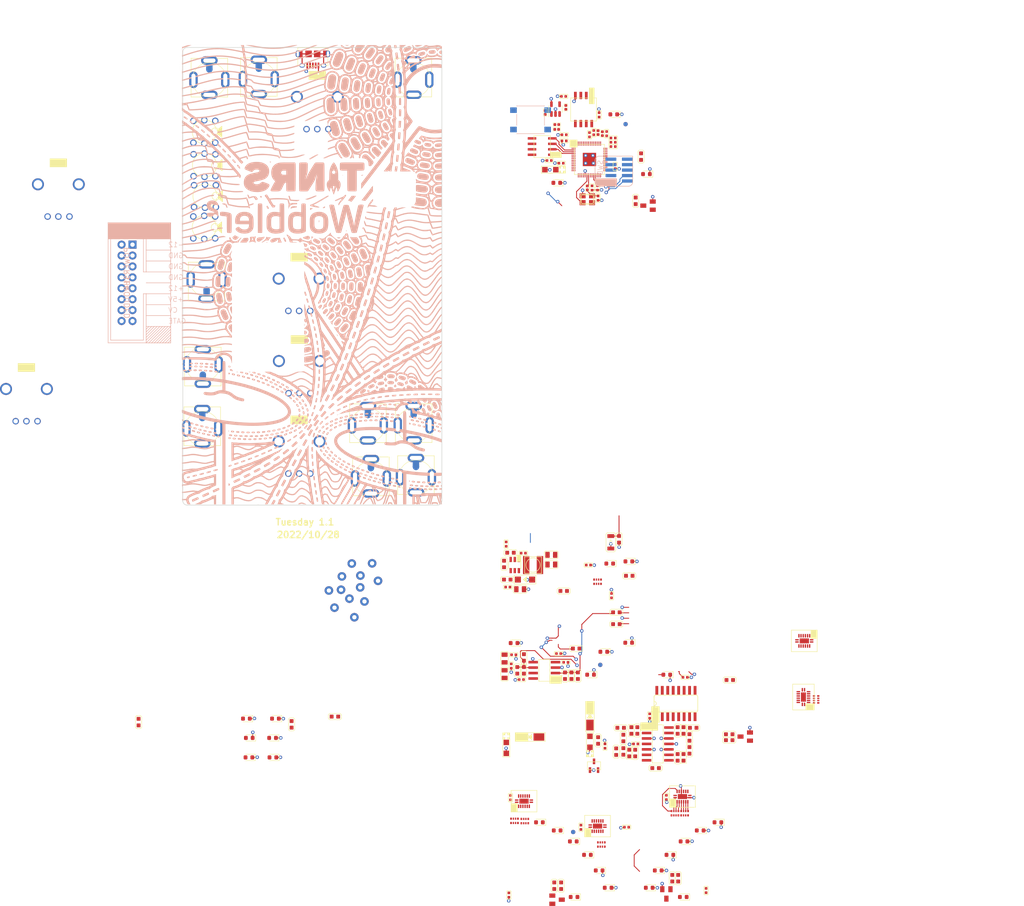
<source format=kicad_pcb>
(kicad_pcb (version 20211014) (generator pcbnew)
  (layers (0 "F.Cu" signal) (31 "B.Cu" signal) (34 "B.Paste" user) (35 "F.Paste" user) (36 "B.SilkS" user "B.Silkscreen") (37 "F.SilkS" user "F.Silkscreen") (38 "B.Mask" user) (39 "F.Mask" user) (44 "Edge.Cuts" user))
  (net 0 "")
  (net 1 "GND")
  (net 2 "Net-(C1-Pad1)")
  (net 3 "/Inputs & Knobs/ADC_MOD")
  (net 4 "Net-(C2-Pad1)")
  (net 5 "/DAC/PHASEDOUT")
  (net 6 "Net-(C3-Pad1)")
  (net 7 "/DAC/NORMALOUT")
  (net 8 "/Inputs & Knobs/KNOB_SHAPE")
  (net 9 "-5V")
  (net 10 "+3V3")
  (net 11 "-12V")
  (net 12 "Net-(C9-Pad1)")
  (net 13 "/Inputs & Knobs/ADC_PHASE")
  (net 14 "/Inputs & Knobs/KNOB_MOD")
  (net 15 "Net-(C15-Pad1)")
  (net 16 "/Inputs & Knobs/ADC_SHAPE")
  (net 17 "Net-(C16-Pad1)")
  (net 18 "/Inputs & Knobs/ADC_FREQ")
  (net 19 "+12V")
  (net 20 "/Inputs & Knobs/KNOB_PHASE")
  (net 21 "/Inputs & Knobs/KNOB_FREQ")
  (net 22 "Net-(C32-Pad1)")
  (net 23 "Net-(C33-Pad1)")
  (net 24 "/Inputs & Knobs/ADC_PHASED")
  (net 25 "/Inputs & Knobs/ADC_NORMAL")
  (net 26 "Net-(C45-Pad2)")
  (net 27 "Net-(IC3-Pad8)")
  (net 28 "Net-(IC3-Pad6)")
  (net 29 "/DAC/DACSDI")
  (net 30 "/DAC/DACSCK")
  (net 31 "/DAC/DACCS")
  (net 32 "Net-(IC5-Pad1)")
  (net 33 "Net-(IC5-Pad2)")
  (net 34 "Net-(IC5-Pad3)")
  (net 35 "Net-(IC5-Pad4)")
  (net 36 "Net-(IC5-Pad5)")
  (net 37 "Net-(IC5-Pad6)")
  (net 38 "Net-(IC5-Pad7)")
  (net 39 "/LEDs & button/SHIFTER1TO2")
  (net 40 "/LEDs & button/CLOCK")
  (net 41 "/LEDs & button/LATCH")
  (net 42 "/LEDs & button/SHIFTERS")
  (net 43 "Net-(IC5-Pad15)")
  (net 46 "/LEDs & button/OUT_LFOCYCLESTART")
  (net 47 "/LEDs & button/ARM1_1")
  (net 48 "/LEDs & button/ARM2_1")
  (net 49 "/LEDs & button/TRIGGERBUTTON")
  (net 50 "/LEDs & button/OUT_LFOCYCLEMID")
  (net 51 "/LEDs & button/SHIFTERS2TO3")
  (net 53 "Net-(IC7-Pad1)")
  (net 54 "Net-(IC7-Pad2)")
  (net 55 "Net-(IC7-Pad3)")
  (net 56 "Net-(IC7-Pad4)")
  (net 57 "Net-(IC7-Pad5)")
  (net 58 "Net-(IC7-Pad6)")
  (net 59 "Net-(IC7-Pad7)")
  (net 61 "Net-(IC7-Pad15)")
  (net 62 "Net-(IC8-Pad1)")
  (net 63 "Net-(IC8-Pad2)")
  (net 64 "Net-(IC8-Pad3)")
  (net 65 "Net-(IC8-Pad4)")
  (net 66 "Net-(IC8-Pad5)")
  (net 69 "/LEDs & button/SHIFTER4TO5")
  (net 70 "/LEDs & button/CLOCK_2")
  (net 71 "/LEDs & button/LATCH_2")
  (net 72 "/LEDs & button/SHIFTERS_2")
  (net 74 "Net-(IC9-Pad1)")
  (net 75 "Net-(IC9-Pad2)")
  (net 76 "Net-(IC9-Pad3)")
  (net 77 "Net-(IC9-Pad4)")
  (net 78 "Net-(IC9-Pad5)")
  (net 79 "/LEDs & button/FASTMODE_LED")
  (net 83 "/Inputs & Knobs/ADC0")
  (net 84 "/Inputs & Knobs/MUX_A")
  (net 85 "/Inputs & Knobs/MUX_B")
  (net 86 "/Inputs & Knobs/ADC1")
  (net 88 "Net-(J1-Pad1)")
  (net 106 "/MCU & Eeprom/BOOTSEL_BUT")
  (net 107 "/Inputs & Knobs/RESET_PATTERN")
  (net 108 "Net-(Q1-PadB)")
  (net 109 "/Inputs & Knobs/SYNC_LFO")
  (net 110 "Net-(Q2-PadB)")
  (net 111 "Net-(Q3-PadB)")
  (net 112 "Net-(Q5-PadB)")
  (net 113 "Net-(R4-Pad2)")
  (net 114 "Net-(R6-Pad2)")
  (net 115 "Net-(R23-Pad1)")
  (net 116 "Net-(R30-Pad1)")
  (net 117 "/MCU & Eeprom/MEM_CS")
  (net 118 "/MCU & Eeprom/RUN")
  (net 119 "Net-(R103-Pad2)")
  (net 120 "Net-(RN7-Pad8)")
  (net 125 "/MCU & Eeprom/SWCLK")
  (net 126 "/MCU & Eeprom/SWDIO")
  (net 127 "/LEDs & button/RESET_PATTERN_BUT")
  (net 128 "/MCU & Eeprom/MEM_IO1")
  (net 129 "/MCU & Eeprom/MEM_IO2")
  (net 130 "/MCU & Eeprom/MEM_IO0")
  (net 131 "/MCU & Eeprom/MEM_CLK")
  (net 132 "/MCU & Eeprom/MEM_IO3")
  (net 139 "/LEDs & button/FASTMODE_BUT")
  (net 140 "Net-(C39-Pad2)")
  (net 141 "/MCU & Eeprom/EEPROM_SDA")
  (net 143 "/MCU & Eeprom/EEPROM_SCL")
  (net 144 "/Inputs & Knobs/MODJACK")
  (net 145 "/Inputs & Knobs/SHAPEJACK")
  (net 146 "/DAC/PHASEDOUTJACK")
  (net 147 "/DAC/NORMALOUTJACK")
  (net 148 "/LEDs & button/PHASEDCYCLEJACK")
  (net 149 "/LEDs & button/NORMALCYCLEJACK")
  (net 150 "/Inputs & Knobs/FREQJACK")
  (net 151 "/MCU & Eeprom/COREVDD")
  (net 152 "/Inputs & Knobs/TRIGGERJACK")
  (net 153 "/Inputs & Knobs/SYNCJACK")
  (net 154 "/Inputs & Knobs/PHASEJACK")
  (net 155 "/MCU & Eeprom/USB_P")
  (net 156 "/MCU & Eeprom/USB_N")
  (net 157 "/Power/regulator_inputside")
  (net 158 "/Power/regulator_feedback_1")
  (net 159 "/Power/regulator_switchoutput")
  (net 160 "/Power/regulator_feedback_2")
  (net 161 "/Power/plus12in")
  (net 162 "/Power/min12in")
  (net 163 "/Power/regulator_filter")
  (net 167 "Net-(D40-Pad1)")
  (net 168 "Net-(D12-Pad2)")
  (net 169 "Net-(D16-Pad2)")
  (net 170 "Net-(D25-Pad2)")
  (net 171 "Net-(D26-Pad2)")
  (net 172 "Net-(D27-Pad2)")
  (net 173 "Net-(D28-Pad2)")
  (net 174 "Net-(D29-Pad2)")
  (net 175 "Net-(D30-Pad2)")
  (net 176 "Net-(D31-Pad2)")
  (net 177 "Net-(D32-Pad2)")
  (net 178 "Net-(D14-Pad2)")
  (net 179 "Net-(D13-Pad2)")
  (net 180 "Net-(D35-Pad2)")
  (net 181 "Net-(D34-Pad2)")
  (net 182 "Net-(D11-Pad2)")
  (net 183 "Net-(D33-Pad2)")
  (net 184 "Net-(D4-Pad2)")
  (net 185 "Net-(D5-Pad2)")
  (net 186 "Net-(D6-Pad2)")
  (net 187 "Net-(D7-Pad2)")
  (net 188 "Net-(D8-Pad2)")
  (net 189 "Net-(D9-Pad2)")
  (net 190 "Net-(D3-Pad1)")
  (net 191 "Net-(D24-Pad2)")
  (net 192 "Net-(D10-Pad2)")
  (net 193 "Net-(D21-Pad2)")
  (net 194 "Net-(D20-Pad2)")
  (net 195 "Net-(D17-Pad2)")
  (net 196 "Net-(D22-Pad2)")
  (footprint "TINRS - Wobbler (pico)sch:3.5MM-JACK-SWITCH-13MM-NOHOLES-TESTPAD" (layer "F.Cu") (at 136.05 59.1)
    (property "Value" "AUDIO-JACK_SMALLSYMBOL")
    (fp_text reference "JACK7" hide)
    (fp_text value "AUDIO-JACK_SMALLSYMBOL" hide)
  )
  (footprint "LED_SMD:LED_0603_1608Metric" (layer "F.Cu") (at 139.32229 216.9684 180)
    (fp_text reference "D10" hide)
    (fp_text value "C72038" hide)
  )
  (footprint "TINRS - Wobbler (pico)sch:R0603" (layer "F.Cu") (at 236.2122 215.33 90)
    (property "Value" "unknown")
    (fp_text reference "R15" hide)
    (fp_text value "100k" hide)
  )
  (footprint "TINRS - Wobbler (pico)sch:R0603" (layer "F.Cu") (at 214.9661 213.0314 -90)
    (property "Value" "unknown")
    (fp_text reference "R26" hide)
    (fp_text value "10k" hide)
  )
  (footprint "TINRS - Wobbler (pico)sch:PB6149L" (layer "F.Cu") (at 123.525 86.35)
    (fp_text reference "U$4" hide)
    (fp_text value "SWITCH_W_LED_PB6149L-X-102YELLOW" hide)
  )
  (footprint "TINRS - Wobbler (pico)sch:3.5MM-JACK-SWITCH-13MM-NOHOLES-TESTPAD" (layer "F.Cu") (at 162.125 152.05)
    (property "Value" "AUDIO-JACK_SMALLSYMBOL")
    (fp_text reference "JACK2" hide)
    (fp_text value "AUDIO-JACK_SMALLSYMBOL" hide)
  )
  (footprint "TINRS - Wobbler (pico)sch:C0402" (layer "F.Cu") (at 230.8422 226.285 90)
    (property "Value" "1759017")
    (fp_text reference "C20" hide)
    (fp_text value "100nF" hide)
  )
  (footprint "TINRS - Wobbler (pico)sch:C0805" (layer "F.Cu") (at 204.0872 172.08 180)
    (fp_text reference "C11" hide)
    (fp_text value "22u")
  )
  (footprint "Fiducial:Fiducial_1mm_Mask2mm" (layer "F.Cu") (at 215.4661 195.4314)
    (fp_text reference "FID5" hide)
    (fp_text value "Fiducial")
  )
  (footprint "TINRS - Wobbler (pico)sch:C0603" (layer "F.Cu") (at 208.7661 197.955 -90)
    (property "Value" "unknown")
    (fp_text reference "C3" hide)
    (fp_text value "33pF C0G" hide)
  )
  (footprint "TINRS - Wobbler (pico)sch:SO16" (layer "F.Cu") (at 233.0661 204.4314)
    (fp_text reference "IC10" hide)
    (fp_text value "4052D" hide)
  )
  (footprint "LED_SMD:LED_0603_1608Metric" (layer "F.Cu") (at 133.747709 216.9684 180)
    (fp_text reference "D24" hide)
    (fp_text value "C72038" hide)
  )
  (footprint "TINRS - Wobbler (pico)sch:PB6149L" (layer "F.Cu") (at 123.35325 93.625)
    (fp_text reference "U$3" hide)
    (fp_text value "SWITCH_W_LED_PB6149L-X-102YELLOW" hide)
  )
  (footprint "TINRS - Wobbler (pico)sch:R0603" (layer "F.Cu") (at 228.3372 219.455 180)
    (property "Value" "unknown")
    (fp_text reference "R16" hide)
    (fp_text value "100k" hide)
  )
  (footprint "TINRS - Wobbler (pico)sch:R0603" (layer "F.Cu") (at 233.4622 210.705 -90)
    (property "Value" "unknown")
    (fp_text reference "R2" hide)
    (fp_text value "33k" hide)
  )
  (footprint "LED_SMD:LED_0603_1608Metric" (layer "F.Cu") (at 205.438812 233.9678 180)
    (fp_text reference "D31" hide)
    (fp_text value "C72038" hide)
  )
  (footprint "TINRS - Wobbler (pico)sch:C0402" (layer "F.Cu") (at 205.7772 192.81 180)
    (property "Value" "1759017")
    (fp_text reference "C22" hide)
    (fp_text value "100nF" hide)
  )
  (footprint "TINRS - Wobbler (pico)sch:QFN50P250X350X100-17N" (layer "F.Cu") (at 214.8372 232.955 90)
    (property "Value" "NXP")
    (fp_text reference "IC6" hide)
    (fp_text value "74HC595BQ" hide)
  )
  (footprint "TINRS - Wobbler (pico)sch:DO-214AC" (layer "F.Cu") (at 213.0661 207.4314 90)
    (property "Value" "D-SMA")
    (fp_text reference "D2")
    (fp_text value "C8678")
  )
  (footprint "LED_SMD:LED_0603_1608Metric" (layer "F.Cu") (at 234.949831 236.5156 180)
    (fp_text reference "D7" hide)
    (fp_text value "C72038" hide)
  )
  (footprint "TINRS - Wobbler (pico)sch:3.5MM-JACK-SWITCH-13MM-NOHOLES-TESTPAD" (layer "F.Cu") (at 124.55 59.275)
    (property "Value" "AUDIO-JACK_SMALLSYMBOL")
    (fp_text reference "JACK8" hide)
    (fp_text value "AUDIO-JACK_SMALLSYMBOL" hide)
  )
  (footprint "TINRS - Wobbler (pico)sch:C0603" (layer "F.Cu") (at 234.8372 210.705 90)
    (property "Value" "unknown")
    (fp_text reference "C1" hide)
    (fp_text value "3.3nF" hide)
  )
  (footprint "TINRS - Wobbler (pico)sch:C0402" (layer "F.Cu") (at 213.95491 71.5644 -90)
    (fp_text reference "C31" hide)
    (fp_text value "100nF" hide)
  )
  (footprint "TINRS - Wobbler (pico)sch:QFN50P250X350X100-17N" (layer "F.Cu") (at 262.725 202.925 180)
    (property "Value" "NXP")
    (fp_text reference "IC8" hide)
    (fp_text value "74HC595BQ" hide)
  )
  (footprint "TINRS - Wobbler (pico)sch:QFN50P250X350X100-17N" (layer "F.Cu") (at 197.7272 227.155 90)
    (property "Value" "NXP")
    (fp_text reference "IC5" hide)
    (fp_text value "74HC595BQ" hide)
  )
  (footprint "TINRS - Wobbler (pico)sch:C0603" (layer "F.Cu") (at 222.7122 210.705 90)
    (property "Value" "unknown")
    (fp_text reference "C9" hide)
    (fp_text value "3.3nF" hide)
  )
  (footprint "TINRS - Wobbler (pico)sch:R0603" (layer "F.Cu") (at 219.1661 215.6314 90)
    (property "Value" "unknown")
    (fp_text reference "R14" hide)
    (fp_text value "100k" hide)
  )
  (footprint "TINRS - Wobbler (pico)sch:3.5MM-JACK-SWITCH-13MM-NOHOLES-TESTPAD" (layer "F.Cu") (at 123.9 105.725 180)
    (property "Value" "AUDIO-JACK_SMALLSYMBOL")
    (fp_text reference "JACK5" hide)
    (fp_text value "AUDIO-JACK_SMALLSYMBOL" hide)
  )
  (footprint "TINRS - Wobbler (pico)sch:R0603" (layer "F.Cu") (at 220.8372 212.455 -90)
    (property "Value" "unknown")
    (fp_text reference "R41" hide)
    (fp_text value "100k" hide)
  )
  (footprint "TINRS - Wobbler (pico)sch:C0402" (layer "F.Cu") (at 207.05881 72.0644)
    (fp_text reference "C28" hide)
    (fp_text value "100nF" hide)
  )
  (footprint "TINRS - Wobbler (pico)sch:R0402" (layer "F.Cu") (at 202.65881 66.8908 90)
    (fp_text reference "R38" hide)
    (fp_text value "2k" hide)
  )
  (footprint "TINRS - Wobbler (pico)sch:LightpipeHole" (layer "F.Cu") (at 157.675 171.85)
    (fp_text reference "LP10" hide)
    (fp_text value "Lightpipehole" hide)
  )
  (footprint "TINRS - Wobbler (pico)sch:C0402" (layer "F.Cu") (at 216.5661 214.331399 -90)
    (property "Value" "1301804")
    (fp_text reference "C6" hide)
    (fp_text value "100nF" hide)
  )
  (footprint "TINRS - Wobbler (pico)sch:R0603" (layer "F.Cu") (at 153.75 207.469 180)
    (property "Value" "unknown")
    (fp_text reference "R25" hide)
    (fp_text value "100" hide)
  )
  (footprint "TINRS - Wobbler (pico)sch:C0402" (layer "F.Cu") (at 207.05881 73.4908)
    (fp_text reference "C27" hide)
    (fp_text value "100nF" hide)
  )
  (footprint "TINRS - Wobbler (pico)sch:R0603" (layer "F.Cu") (at 219.2122 183.205)
    (property "Value" "unknown")
    (fp_text reference "R7" hide)
    (fp_text value "38.3k 0.1%" hide)
  )
  (footprint "TINRS - Wobbler (pico)sch:EURORACK12HPPCB" (layer "F.Cu") (at 118.1261 158.2536)
    (property "Value" "unknown")
    (fp_text reference "OUTLINE1" hide)
    (fp_text value "EURORACK_PCB12HP" hide)
    (fp_line (start 60.5 -1) (end 60.5 -105.5) (layer "Edge.Cuts") (width 0.127))
    (fp_line (start 59.5 -106.5) (end 1.25 -106.5) (layer "Edge.Cuts") (width 0.127))
    (fp_line (start 1.25 0) (end 59.5 0) (layer "Edge.Cuts") (width 0.127))
    (fp_line (start 0.25 -105.5) (end 0.25 -1) (layer "Edge.Cuts") (width 0.127))
    (fp_arc (start 1.25 0) (mid 0.542893 -0.292893) (end 0.25 -1) (layer "Edge.Cuts") (width 0.127))
    (fp_arc (start 60.5 -1) (mid 60.207107 -0.292893) (end 59.5 0) (layer "Edge.Cuts") (width 0.127))
    (fp_arc (start 0.25 -105.5) (mid 0.542893 -106.207107) (end 1.25 -106.5) (layer "Edge.Cuts") (width 0.127))
    (fp_arc (start 59.5 -106.5) (mid 60.207107 -106.207107) (end 60.5 -105.5) (layer "Edge.Cuts") (width 0.127))
  )
  (footprint "TINRS - Wobbler (pico)sch:LightpipeHole" (layer "F.Cu") (at 155.375 174.85)
    (fp_text reference "LP5" hide)
    (fp_text value "Lightpipehole" hide)
  )
  (footprint "TINRS - Wobbler (pico)sch:R0603" (layer "F.Cu") (at 209.8661 191.6314 180)
    (property "Value" "unknown")
    (fp_text reference "R27" hide)
    (fp_text value "56" hide)
  )
  (footprint "TINRS - Wobbler (pico)sch:CASE-A_3216" (layer "F.Cu") (at 203.85881 80.1908 180)
    (property "Value" "197427")
    (fp_text reference "C23" hide)
    (fp_text value "10uF" hide)
  )
  (footprint "Package_TO_SOT_SMD:SOT-23-5" (layer "F.Cu") (at 205.05881 66.0908 90)
    (fp_text reference "U2" hide)
    (fp_text value "AT24CS01-STUM" hide)
  )
  (footprint "TINRS - Wobbler (pico)sch:4X0402ARV341" (layer "F.Cu") (at 232.8372 229.955 180)
    (fp_text reference "RN5" hide)
    (fp_text value "56" hide)
  )
  (footprint "LED_SMD:LED_0603_1608Metric" (layer "F.Cu") (at 234.7722 249.45 180)
    (fp_text reference "D40" hide)
    (fp_text value "C72038" hide)
  )
  (footprint "TINRS - Wobbler (pico)sch:C0402" (layer "F.Cu") (at 223.7122 213.83 180)
    (property "Value" "1759017")
    (fp_text reference "C17" hide)
    (fp_text value "100nF" hide)
  )
  (footprint "TINRS - Wobbler (pico)sch:SOT23-BEC" (layer "F.Cu") (at 249.1922 212.123 90)
    (property "Value" "2336795")
    (fp_text reference "Q1" hide)
    (fp_text value "MMBT3904" hide)
  )
  (footprint "TINRS - Wobbler (pico)sch:R0603" (layer "F.Cu") (at 196.1661 196.705 90)
    (property "Value" "unknown")
    (fp_text reference "R5" hide)
    (fp_text value "187k 0.1%" hide)
  )
  (footprint "TINRS - Wobbler (pico)sch:C3216" (layer "F.Cu") (at 217.9222 166.905 90)
    (fp_text reference "C39" hide)
    (fp_text value "4.7n 100v" hide)
  )
  (footprint "TINRS - Wobbler (pico)sch:C0402" (layer "F.Cu") (at 218.0872 179.33 -90)
    (property "Value" "1759017")
    (fp_text reference "C38" hide)
    (fp_text value "100nF" hide)
  )
  (footprint "TINRS - Wobbler (pico)sch:R0603" (layer "F.Cu") (at 223.70491 87.4394 90)
    (property "Value" "unknown")
    (fp_text reference "R73" hide)
    (fp_text value "10k" hide)
  )
  (footprint "TINRS - Wobbler (pico)sch:LightpipeHole" (layer "F.Cu") (at 153.65 182.125)
    (fp_text reference "LP9" hide)
    (fp_text value "Lightpipehole" hide)
  )
  (footprint "TINRS - Wobbler (pico)sch:R0603" (layer "F.Cu") (at 219.8372 166.205 90)
    (fp_text reference "R74" hide)
    (fp_text value "1M" hide)
  )
  (footprint "TINRS - Wobbler (pico)sch:4X0402ARV341" (layer "F.Cu") (at 265.675 203.475 -90)
    (fp_text reference "RN3" hide)
    (fp_text value "56" hide)
  )
  (footprint "TINRS - Wobbler (pico)sch:C0402" (layer "F.Cu") (at 226.9661 207.3314 -90)
    (property "Value" "1759017")
    (fp_text reference "C4" hide)
    (fp_text value "100nF" hide)
  )
  (footprint "TINRS - Wobbler (pico)sch:C0402" (layer "F.Cu") (at 215.20491 67.4394 -90)
    (fp_text reference "C36" hide)
    (fp_text value "100nF" hide)
  )
  (footprint "TINRS - Wobbler (pico)sch:C0603" (layer "F.Cu") (at 234.8372 216.955 -90)
    (property "Value" "unknown")
    (fp_text reference "C15" hide)
    (fp_text value "3.3nF" hide)
  )
  (footprint "TINRS - Wobbler (pico)sch:4X0402ARV341" (layer "F.Cu") (at 215.7172 237.24 180)
    (fp_text reference "RN7" hide)
    (fp_text value "56" hide)
  )
  (footprint "LED_SMD:LED_0603_1608Metric" (layer "F.Cu") (at 217.295281 247.3045 180)
    (fp_text reference "D27" hide)
    (fp_text value "C72038" hide)
  )
  (footprint "TINRS - Wobbler (pico)sch:LightpipeHole" (layer "F.Cu") (at 157.125 180.025)
    (fp_text reference "LP1" hide)
    (fp_text value "Lightpipehole" hide)
  )
  (footprint "TINRS - Wobbler (pico)sch:LightpipeHole" (layer "F.Cu") (at 152.35 178.125)
    (fp_text reference "LP8" hide)
    (fp_text value "Lightpipehole" hide)
  )
  (footprint "TINRS - Wobbler (pico)sch:R0603" (layer "F.Cu") (at 143.675 209.275 -90)
    (property "Value" "unknown")
    (fp_text reference "R19" hide)
    (fp_text value "10k" hide)
  )
  (footprint "TINRS - Wobbler (pico)sch:3.5MM-JACK-SWITCH-13MM-NOHOLES-TESTPAD" (layer "F.Cu") (at 172 59.25)
    (property "Value" "AUDIO-JACK_SMALLSYMBOL")
    (fp_text reference "JACK3" hide)
    (fp_text value "AUDIO-JACK_SMALLSYMBOL" hide)
  )
  (footprint "TINRS - Wobbler (pico)sch:R0603" (layer "F.Cu") (at 222.2122 174.705 180)
    (property "Value" "unknown")
    (fp_text reference "R29" hide)
    (fp_text value "56" hide)
  )
  (footprint "LED_SMD:LED_0603_1608Metric" (layer "F.Cu") (at 226.849118 247.3045 180)
    (fp_text reference "D4" hide)
    (fp_text value "C72038" hide)
  )
  (footprint "LED_SMD:LED_0603_1608Metric" (layer "F.Cu") (at 133.157059 207.9419 180)
    (fp_text reference "D26" hide)
    (fp_text value "C72038" hide)
  )
  (footprint "TINRS - Wobbler (pico)sch:R0603" (layer "F.Cu") (at 207.2661 197.955 90)
    (property "Value" "unknown")
    (fp_text reference "R8" hide)
    (fp_text value "187k 0.1%" hide)
  )
  (footprint "TINRS - Wobbler (pico)sch:PB6149L" (layer "F.Cu") (at 123.37825 71.375)
    (fp_text reference "U$28" hide)
    (fp_text value "SWITCH_W_LED_PB6149L-X-102YELLOW" hide)
  )
  (footprint "LED_SMD:LED_0603_1608Metric" (layer "F.Cu") (at 218.60491 67.3144 180)
    (fp_text reference "D16" hide)
    (fp_text value "C72038" hide)
  )
  (footprint "TINRS - Wobbler (pico)sch:LightpipeHole" (layer "F.Cu") (at 159.625 177.4)
    (fp_text reference "LP3" hide)
    (fp_text value "Lightpipehole" hide)
  )
  (footprint "TINRS - Wobbler (pico)sch:QFN-56" (layer "F.Cu") (at 212.95491 77.8144)
    (fp_text reference "U$2" hide)
    (fp_text value "RP2040" hide)
  )
  (footprint "TINRS - Wobbler (pico)sch:R0603" (layer "F.Cu") (at 197.7122 193.705 90)
    (property "Value" "unknown")
    (fp_text reference "R37" hide)
    (fp_text value "187k 0.1%" hide)
  )
  (footprint "TINRS - Wobbler (pico)sch:C0402" (layer "F.Cu") (at 203.57991 78.0644 180)
    (fp_text reference "C100" hide)
    (fp_text value "1u" hide)
  )
  (footprint "LED_SMD:LED_0603_1608Metric" (layer "F.Cu") (at 242.829481 232.0728 180)
    (fp_text reference "D9" hide)
    (fp_text value "C72038" hide)
  )
  (footprint "LED_SMD:LED_0603_1608Metric" (layer "F.Cu") (at 226.20491 81.2144 180)
    (fp_text reference "D21" hide)
    (fp_text value "C72038" hide)
  )
  (footprint "TINRS - Wobbler (pico)sch:R0603" (layer "F.Cu") (at 237.0872 210.08)
    (property "Value" "unknown")
    (fp_text reference "R1" hide)
    (fp_text value "100k" hide)
  )
  (footprint "TINRS - Wobbler (pico)sch:R0402" (layer "F.Cu") (at 214.95491 71.5644 -90)
    (fp_text reference "R4" hide)
    (fp_text value "27" hide)
  )
  (footprint "LED_SMD:LED_0603_1608Metric" (layer "F.Cu") (at 133.826359 212.4307 180)
    (fp_text reference "D25" hide)
    (fp_text value "C72038" hide)
  )
  (footprint "TINRS - Wobbler (pico)sch:L0805" (layer "F.Cu") (at 193.2122 197.58 90)
    (fp_text reference "L1" hide)
    (fp_text value "0.1uH C76737 " hide)
  )
  (footprint "Fiducial:Fiducial_1mm_Mask2mm" (layer "F.Cu") (at 209.1661 234.3314)
    (fp_text reference "FID4" hide)
    (fp_text value "Fiducial")
  )
  (footprint "TINRS - Wobbler (pico)sch:C0402" (layer "F.Cu") (at 235.2122 198.33)
    (fp_text reference "C33" hide)
    (fp_text value "27p" hide)
  )
  (footprint "TINRS - Wobbler (pico)sch:3.5MM-JACK-SWITCH-13MM-NOHOLES-TESTPAD" (layer "F.Cu") (at 172.075 139.675)
    (property "Value" "AUDIO-JACK_SMALLSYMBOL")
    (fp_text reference "JACK9" hide)
    (fp_text value "AUDIO-JACK_SMALLSYMBOL" hide)
  )
  (footprint "TINRS - Wobbler (pico)sch:R0603" (layer "F.Cu") (at 233.4622 216.955 90)
    (property "Value" "unknown")
    (fp_text reference "R12" hide)
    (fp_text value "33k" hide)
  )
  (footprint "TINRS - Wobbler (pico)sch:C0402" (layer "F.Cu") (at 240.0822 247.95 -90)
    (property "Value" "1759017")
    (fp_text reference "C40" hide)
    (fp_text value "100nF" hide)
  )
  (footprint "TINRS - Wobbler (pico)sch:4X0402ARV341" (layer "F.Cu") (at 197.9161 231.7814 180)
    (fp_text reference "RN2" hide)
    (fp_text value "56" hide)
  )
  (footprint "TINRS - Wobbler (pico)sch:3.5MM-JACK-SWITCH-13MM-NOHOLES-TESTPAD" (layer "F.Cu") (at 161.425 139.7)
    (property "Value" "AUDIO-JACK_SMALLSYMBOL")
    (fp_text reference "JACK1" hide)
    (fp_text value "AUDIO-JACK_SMALLSYMBOL" hide)
  )
  (footprint "TINRS - Wobbler (pico)sch:SOT95P237X112-3N" (layer "F.Cu") (at 214.0161 218.9064 90)
    (property "Value" "9778330")
    (fp_text reference "U1" hide)
    (fp_text value "LM4040DIM3-5.0" hide)
  )
  (footprint "TINRS - Wobbler (pico)sch:R0402" (layer "F.Cu") (at 205.35881 69.6908 180)
    (fp_text reference "R34" hide)
    (fp_text value "10k DNP" hide)
  )
  (footprint "TINRS - Wobbler (pico)sch:SOT23-BEC" (layer "F.Cu") (at 205.4161 250.0814 -90)
    (property "Value" "2336795")
    (fp_text reference "Q5" hide)
    (fp_text value "MMBT3904" hide)
  )
  (footprint "TINRS - Wobbler (pico)sch:NX3225" (layer "F.Cu") (at 212.45491 87.0644 180)
    (fp_text reference "Q4" hide)
    (fp_text value "12mhz" hide)
  )
  (footprint "TINRS - Wobbler (pico)sch:R0603" (layer "F.Cu") (at 232.2122 245.08 -90)
    (property "Value" "unknown")
    (fp_text reference "R21" hide)
    (fp_text value "100k" hide)
  )
  (footprint "TINRS - Wobbler (pico)sch:SOT23-6" (layer "F.Cu") (at 195.5872 172.205 180)
    (fp_text reference "U$5" hide)
    (fp_text value "BL9342" hide)
  )
  (footprint "TINRS - Wobbler (pico)sch:R0603" (layer "F.Cu") (at 204.7661 246.8314 -90)
    (property "Value" "unknown")
    (fp_text reference "R40" hide)
    (fp_text value "100k" hide)
  )
  (footprint "TINRS - Wobbler (pico)sch:C0402" (layer "F.Cu") (at 206.93491 63.1344 180)
    (property "Value" "1759017")
    (fp_text reference "C10" hide)
    (fp_text value "100nF" hide)
  )
  (footprint "LED_SMD:LED_0603_1608Metric" (layer "F.Cu") (at 222.1122 171.355 180)
    (fp_text reference "D20" hide)
    (fp_text value "C72038" hide)
  )
  (footprint "TINRS - Wobbler (pico)sch:L0805" (layer "F.Cu") (at 193.2122 193.955 90)
    (fp_text reference "L2" hide)
    (fp_text value "0.1uH C76737 " hide)
  )
  (footprint "TINRS - Wobbler (pico)sch:R0603" (layer "F.Cu") (at 219.2122 185.955)
    (property "Value" "unknown")
    (fp_text reference "R9" hide)
    (fp_text value "38.3k 0.1%" hide)
  )
  (footprint "TINRS - Wobbler (pico)sch:C0402" (layer "F.Cu") (at 195.3372 193.08 180)
    (property "Value" "1759017")
    (fp_text reference "C44" hide)
    (fp_text value "100nF" hide)
  )
  (footprint "TINRS - Wobbler (pico)sch:DO-214AC" (layer "F.Cu") (at 199.1972 212.22 180)
    (property "Value" "D-SMA")
    (fp_text reference "D1")
    (fp_text value "C8678")
  )
  (footprint "TINRS - Wobbler (pico)sch:ALPS_POT_SQUAREHOLES" (layer "F.Cu") (at 82 131.225)
    (property "Value" "unknown")
    (fp_text reference "R68" hide)
    (fp_text value "10kB" hide)
  )
  (footprint "TINRS - Wobbler (pico)sch:C0402" (layer "F.Cu") (at 212.7122 172.205)
    (property "Value" "1759017")
    (fp_text reference "C21" hide)
    (fp_text value "100nF" hide)
  )
  (footprint "TINRS - Wobbler (pico)sch:SOT23-BEC" (layer "F.Cu") (at 230.8432 248.7425 180)
    (property "Value" "2336795")
    (fp_text reference "Q3" hide)
    (fp_text value "MMBT3904" hide)
  )
  (footprint "TINRS - Wobbler (pico)sch:C0402" (layer "F.Cu") (at 193.5872 167.33 -90)
    (property "Value" "1759017")
    (fp_text reference "C46" hide)
    (fp_text value "33p" hide)
  )
  (footprint "LED_SMD:LED_0603_1608Metric" (layer "F.Cu") (at 205.35 83.25 180)
    (fp_text reference "D35" hide)
    (fp_text value "C72038" hide)
  )
  (footprint "TINRS - Wobbler (pico)sch:ALPS_POT_SQUAREHOLES" (layer "F.Cu") (at 149.65 63.248)
    (property "Value" "unknown")
    (fp_text reference "R42" hide)
    (fp_text value "10kB" hide)
  )
  (footprint "TINRS - Wobbler (pico)sch:PB6149L" (layer "F.Cu") (at 123.42 79.15)
    (fp_text reference "U$1" hide)
    (fp_text value "SWITCH_W_LED_PB6149L-X-102YELLOW" hide)
  )
  (footprint "TINRS - Wobbler (pico)sch:LightpipeHole" (layer "F.Cu") (at 159.675 174.65)
    (fp_text reference "LP2" hide)
    (fp_text value "Lightpipehole" hide)
  )
  (footprint "LED_SMD:LED_0603_1608Metric" (layer "F.Cu") (at 139.24364 212.4307 180)
    (fp_text reference "D11" hide)
    (fp_text value "C72038" hide)
  )
  (footprint "LED_SMD:LED_0603_1608Metric" (layer "F.Cu") (at 209.3722 249.45 180)
    (fp_text reference "D3" hide)
    (fp_text value "C72038" hide)
  )
  (footprint "TINRS - Wobbler (pico)sch:R0603" (layer "F.Cu") (at 224.0872 210.705 -90)
    (property "Value" "unknown")
    (fp_text reference "R13" hide)
    (fp_text value "33k" hide)
  )
  (footprint "TINRS - Wobbler (pico)sch:L0420" (layer "F.Cu") (at 199.8372 172.205)
    (fp_text reference "L3" hide)
    (fp_text value "4.7uH")
  )
  (footprint "TINRS - Wobbler (pico)sch:C0402" (layer "F.Cu") (at 206.35881 78.6894)
    (fp_text reference "C37" hide)
    (fp_text value "100nF" hide)
  )
  (footprint "TINRS - Wobbler (pico)sch:C0402" (layer "F.Cu") (at 194.2072 249 -90)
    (property "Value" "1759017")
    (fp_text reference "C41" hide)
    (fp_text value "100nF" hide)
  )
  (footprint "TINRS - Wobbler (pico)sch:LightpipeHole" (layer "F.Cu") (at 155.175 177.95)
    (fp_text reference "LP7" hide)
    (fp_text value "Lightpipehole" hide)
  )
  (footprint "TINRS - Wobbler (pico)sch:R0402" (layer "F.Cu") (at 207.45881 65.6908 90)
    (fp_text reference "R35" hide)
    (fp_text value "2k" hide)
  )
  (footprint "TINRS - Wobbler (pico)sch:CASE-A_3216" (layer "F.Cu") (at 193.6122 214.755 -90)
    (property "Value" "197427")
    (fp_text reference "C48" hide)
    (fp_text value "10uF" hide)
  )
  (footprint "TINRS - Wobbler (pico)sch:C0402" (layer "F.Cu") (at 197.5661 169.4314 180)
    (property "Value" "1759017")
    (fp_text reference "C45" hide)
    (fp_text value "100nF" hide)
  )
  (footprint "TINRS - Wobbler (pico)sch:QFN50P250X350X100-17N" (layer "F.Cu") (at 262.925 189.85 -90)
    (property "Value" "NXP")
    (fp_text reference "IC9" hide)
    (fp_text value "74HC595BQ" hide)
  )
  (footprint "LED_SMD:LED_0603_1608Metric" (layer "F.Cu") (at 215.204768 243.2762 180)
    (fp_text reference "D28" hide)
    (fp_text value "C72038" hide)
  )
  (footprint "TINRS - Wobbler (pico)sch:SOT23-BEC" (layer "F.Cu") (at 226.57491 88.5594 90)
    (property "Value" "2336795")
    (fp_text reference "Q2" hide)
    (fp_text value "MMBT3904" hide)
  )
  (footprint "TINRS - Wobbler (pico)sch:C0402" (layer "F.Cu") (at 216.95491 71.8144 90)
    (fp_text reference "C34" hide)
    (fp_text value "1u" hide)
  )
  (footprint "TINRS - Wobbler (pico)sch:R0603" (layer "F.Cu") (at 193.0872 171.955 -90)
    (property "Value" "unknown")
    (fp_text reference "R32" hide)
    (fp_text value "16.2k" hide)
  )
  (footprint "LED_SMD:LED_0603_1608Metric" (layer "F.Cu") (at 209.194568 236.5156 180)
    (fp_text reference "D30" hide)
    (fp_text value "C72038" hide)
  )
  (footprint "TINRS - Wobbler (pico)sch:R0603" (layer "F.Cu") (at 245.5872 198.955)
    (property "Value" "unknown")
    (fp_text reference "R72" hide)
    (fp_text value "100k" hide)
  )
  (footprint "TINRS - Wobbler (pico)sch:C0402" (layer "F.Cu") (at 194.7661 195.705 90)
    (property "Value" "1759017")
    (fp_text reference "C42" hide)
    (fp_text value "10n" hide)
  )
  (footprint "TINRS - Wobbler (pico)sch:R0603" (layer "F.Cu") (at 245.4622 211.58 180)
    (property "Value" "unknown")
    (fp_text reference "R20" hide)
    (fp_text value "10k" hide)
  )
  (footprint "LED_SMD:LED_0603_1608Metric" (layer "F.Cu") (at 212.479759 239.6469 180)
    (fp_text reference "D29" hide)
    (fp_text value "C72038" hide)
  )
  (footprint "TINRS - Wobbler (pico)sch:C0402" (layer "F.Cu") (at 221.5872 233.205 180)
    (property "Value" "1759017")
    (fp_text reference "C24" hide)
    (fp_text value "100nF" hide)
  )
  (footprint "TINRS - Wobbler (pico)sch:4X0402ARV341" (layer "F.Cu") (at 235.0872 229.955 180)
    (fp_text reference "RN6" hide)
    (fp_text value "56" hide)
  )
  (footprint "TINRS - Wobbler (pico)sch:C0603" (layer "F.Cu") (at 222.2122 215.955 -90)
    (property "Value" "unknown")
    (fp_text reference "C16" hide)
    (fp_text value "3.3nF" hide)
  )
  (footprint "TINRS - Wobbler (pico)sch:C0402" (layer "F.Cu") (at 218.45491 73.8144 180)
    (fp_text reference "C25" hide)
    (fp_text value "100nF" hide)
  )
  (footprint "TINRS - Wobbler (pico)sch:R0603" (layer "F.Cu") (at 210.2661 197.955 -90)
    (property "Value" "unknown")
    (fp_text reference "R36" hide)
    (fp_text value "187k 0.1%" hide)
  )
  (footprint "TINRS - Wobbler (pico)sch:R0603" (layer "F.Cu") (at 108.084 208.754 90)
    (property "Value" "unknown")
    (fp_text reference "R24" hide)
    (fp_text value "100" hide)
  )
  (footprint "TINRS - Wobbler (pico)sch:SO14" (layer "F.Cu") (at 228.8372 213.83 -90)
    (property "Value" "1605572")
    (fp_text reference "IC4" hide)
    (fp_text value "MCP6004" hide)
  )
  (footprint "TINRS - Wobbler (pico)sch:CASE-A_3216" (layer "F.Cu") (at 213.0661 213.3314 90)
    (property "Value" "197427")
    (fp_text reference "C5" hide)
    (fp_text value "10uF" hide)
  )
  (footprint "TINRS - Wobbler (pico)sch:ALPS_POT_SQUAREHOLES" (layer "F.Cu") (at 145.425 143.423)
    (property "Value" "unknown")
    (fp_text reference "R17" hide)
    (fp_text value "10kB" hide)
  )
  (footprint "TINRS - Wobbler (pico)sch:R0402" (layer "F.Cu") (at 205.32991 70.8144 180)
    (fp_text reference "R33" hide)
    (fp_text value "1k" hide)
  )
  (footprint "LED_SMD:LED_0603_1608Metric" (layer "F.Cu") (at 222.0722 190.285 180)
    (fp_text reference "D34" hide)
    (fp_text value "C72038" hide)
  )
  (footprint "TINRS - Wobbler (pico)sch:C0402" (layer "F.Cu") (at 218.45491 74.8144 180)
    (fp_text reference "C35" hide)
    (fp_text value "100nF" hide)
  )
  (footprint "TINRS - Wobbler (pico)sch:R0603" (layer "F.Cu") (at 206.9661 178.2314)
    (property "Value" "unknown")
    (fp_text reference "R30" hide)
    (fp_text value "56" hide)
  )
  (footprint "TINRS - Wobbler (pico)sch:R0603" (layer "F.Cu") (at 224.95881 77.1528 -90)
    (fp_text reference "R52" hide)
    (fp_text value "10k" hide)
  )
  (footprint "LED_SMD:LED_0603_1608Metric" (layer "F.Cu") (at 231.66464 239.6469 180)
    (fp_text reference "D6" hide)
    (fp_text value "C72038" hide)
  )
  (footprint "TINRS - Wobbler (pico)sch:LightpipeHole" (layer "F.Cu") (at 160.625 180.675)
    (fp_text reference "LP4" hide)
    (fp_text value "Lightpipehole" hide)
  )
  (footprint "TINRS - Wobbler (pico)sch:R0603" (layer "F.Cu") (at 233.5872 245.08 90)
    (property "Value" "unknown")
    (fp_text reference "R10" hide)
    (fp_text value "56" hide)
  )
  (footprint "LED_SMD:LED_0603_1608Metric" (layer "F.Cu") (at 228.939631 243.2762 180)
    (fp_text reference "D5" hide)
    (fp_text value "C72038" hide)
  )
  (footprint "LED_SMD:LED_0603_1608Metric" (layer "F.Cu") (at 216.287109 192.3906 180)
    (fp_text reference "D13" hide)
    (fp_text value "C72038" hide)
  )
  (footprint "TINRS - Wobbler (pico)sch:L0805" (layer "F.Cu") (at 204.0872 169.83)
    (fp_text reference "L4" hide)
    (fp_text value "0.1uH C76737 " hide)
  )
  (footprint "TINRS - Wobbler (pico)sch:SOIC-8" (layer "F.Cu") (at 211.57991 66.1894 180)
    (fp_text reference "U$25" hide)
    (fp_text value "W25Q256JVEIQTR" hide)
  )
  (footprint "TINRS - Wobbler (pico)sch:ALPS_POT_SQUAREHOLES" (layer "F.Cu") (at 145.475 124.723)
    (property "Value" "unknown")
    (fp_text reference "R45" hide)
    (fp_text value "10kB" hide)
  )
  (footprint "TINRS - Wobbler (pico)sch:3.5MM-JACK-SWITCH-13MM-NOHOLES-TESTPAD" (layer "F.Cu") (at 172.6 151.775)
    (property "Value" "AUDIO-JACK_SMALLSYMBOL")
    (fp_text reference "JACK10" hide)
    (fp_text value "AUDIO-JACK_SMALLSYMBOL" hide)
  )
  (footprint "TINRS - Wobbler (pico)sch:R0603" (layer "F.Cu") (at 193.8372 175.58)
    (property "Value" "unknown")
    (fp_text reference "R23" hide)
    (fp_text value "100k" hide)
  )
  (footprint "TINRS - Wobbler (pico)sch:QFN50P250X350X100-17N" (layer "F.Cu") (at 234.5872 226.08 90)
    (property "Value" "NXP")
    (fp_text reference "IC7" hide)
    (fp_text value "74HC595BQ" hide)
  )
  (footprint "TINRS - Wobbler (pico)sch:R0402" (layer "F.Cu") (at 212.45491 84.4394 90)
    (fp_text reference "R103" hide)
    (fp_text value "1k" hide)
  )
  (footprint "TINRS - Wobbler (pico)sch:3.5MM-JACK-SWITCH-13MM-NOHOLES-TESTPAD" (layer "F.Cu") (at 122.9 140.4)
    (property "Value" "AUDIO-JACK_SMALLSYMBOL")
    (fp_text reference "JACK6" hide)
    (fp_text value "AUDIO-JACK_SMALLSYMBOL" hide)
  )
  (footprint "TINRS - Wobbler (pico)sch:C0402" (layer "F.Cu") (at 210.9661 233.2314 90)
    (property "Value" "1759017")
    (fp_text reference "C7" hide)
    (fp_text value "100nF" hide)
  )
  (footprint "TINRS - Wobbler (pico)sch:SOD123" (layer "F.Cu") (at 197.9622 175.58 180)
    (fp_text reference "D18" hide)
    (fp_text value "D-SOD-123" hide)
  )
  (footprint "TINRS - Wobbler (pico)sch:C132563" (layer "F.Cu") (at 148.6211 51.7986 180)
    (fp_text reference "J1" hide)
    (fp_text value "MICRO-USB-5P" hide)
  )
  (footprint "TINRS - Wobbler (pico)sch:C0402" (layer "F.Cu") (at 207.4622 194.83 180)
    (property "Value" "1759017")
    (fp_text reference "C19" hide)
    (fp_text value "100nF" hide)
  )
  (footprint "TINRS - Wobbler (pico)sch:4X0402ARV341" (layer "F.Cu") (at 195.5161 231.7314 180)
    (fp_text reference "RN1" hide)
    (fp_text value "56" hide)
  )
  (footprint "TINRS - Wobbler (pico)sch:ALPS_POT_SQUAREHOLES" (layer "F.Cu") (at 89.425 83.598)
    (property "Value" "unknown")
    (fp_text reference "R69" hide)
    (fp_text value "10kB" hide)
  )
  (footprint "TINRS - Wobbler (pico)sch:R0402" (layer "F.Cu") (at 215.95491 71.8144 -90)
    (fp_text reference "R6" hide)
    (fp_text value "27" hide)
  )
  (footprint "TINRS - Wobbler (pico)sch:C0402" (layer "F.Cu") (at 194.5911 226.33 -90)
    (property "Value" "1759017")
    (fp_text reference "C14" hide)
    (fp_text value "100nF" hide)
  )
  (footprint "TINRS - Wobbler (pico)sch:R0603" (layer "F.Cu") (at 194.5872 169.33 180)
    (property "Value" "unknown")
    (fp_text reference "R31" hide)
    (fp_text value "49.9k" hide)
  )
  (footprint "TINRS - Wobbler (pico)sch:ALPS_POT_SQUAREHOLES" (layer "F.Cu") (at 145.425 105.548)
    (property "Value" "unknown")
    (fp_text reference "R44" hide)
    (fp_text value "10kB" hide)
  )
  (footprint "TINRS - Wobbler (pico)sch:C0402" (layer "F.Cu") (at 213.55881 84.45308 90)
    (fp_text reference "C12" hide)
    (fp_text value "100nF" hide)
  )
  (footprint "TINRS - Wobbler (pico)sch:C0402" (layer "F.Cu") (at 214.82991 84.4394 -90)
    (fp_text reference "C99" hide)
    (fp_text value "100nF" hide)
  )
  (footprint "TINRS - Wobbler (pico)sch:3.5MM-JACK-SWITCH-13MM-NOHOLES-TESTPAD" (layer "F.Cu") (at 123.025 125.5 180)
    (property "Value" "AUDIO-JACK_SMALLSYMBOL")
    (fp_text reference "JACK4" hide)
    (fp_text value "AUDIO-JACK_SMALLSYMBOL" hide)
  )
  (footprint "TINRS - Wobbler (pico)sch:R0603" (layer "F.Cu") (at 223.5872 215.955 90)
    (property "Value" "unknown")
    (fp_text reference "R22" hide)
    (fp_text value "33k" hide)
  )
  (footprint "TINRS - Wobbler (pico)sch:C0402" (layer "F.Cu") (at 218.45491 72.8144 180)
    (fp_text reference "C26" hide)
    (fp_text value "100nF" hide)
  )
  (footprint "TINRS - Wobbler (pico)sch:R0603" (layer "F.Cu") (at 220.2122 210.08 180)
    (property "Value" "unknown")
    (fp_text reference "R11" hide)
    (fp_text value "100k" hide)
  )
  (footprint "TINRS - Wobbler (pico)sch:C0603" (layer "F.Cu") (at 197.7122 196.705 -90)
    (property "Value" "unknown")
    (fp_text reference "C2" hide)
    (fp_text value "33pF C0G" hide)
  )
  (footprint "TINRS - Wobbler (pico)sch:LightpipeHole" (layer "F.Cu") (at 162.4 171.8)
    (fp_text reference "LP11" hide)
    (fp_text value "Lightpipehole" hide)
  )
  (footprint "Fiducial:Fiducial_1mm_Mask2mm" (layer "F.Cu") (at 221.35881 69.5908)
    (fp_text reference "FID3" hide)
    (fp_text value "Fiducial")
  )
  (footprint "TINRS - Wobbler (pico)sch:LightpipeHole" (layer "F.Cu") (at 163.775 175.875)
    (fp_text reference "LP12" hide)
    (fp_text value "Lightpipehole" hide)
  )
  (footprint "LED_SMD:LED_0603_1608Metric" (layer "F.Cu") (at 195.4122 190.355 180)
    (fp_text reference "D22" hide)
    (fp_text value "C72038" hide)
  )
  (footprint "LED_SMD:LED_0603_1608Metric" (layer "F.Cu") (at 201.314921 232.0728 180)
    (fp_text reference "D32" hide)
    (fp_text value "C72038" hide)
  )
  (footprint "LED_SMD:LED_0603_1608Metric" (layer "F.Cu") (at 213.208931 197.722159 180)
    (fp_text reference "D14" hide)
    (fp_text value "C72038" hide)
  )
  (footprint "TINRS - Wobbler (pico)sch:R0603" (layer "F.Cu") (at 245.4622 212.955)
    (property "Value" "unknown")
    (fp_text reference "R18" hide)
    (fp_text value "100k" hide)
  )
  (footprint "TINRS - Wobbler (pico)sch:C0402" (layer "F.Cu") (at 212.95491 72.0644 90)
    (fp_text reference "C29" hide)
    (fp_text value "100nF" hide)
  )
  (footprint "TINRS - Wobbler (pico)sch:SO08" (layer "F.Cu") (at 202.4622 196.705 90)
    (fp_text reference "IC2" hide)
    (fp_text value "TL072" hide)
  )
  (footprint "LED_SMD:LED_0603_1608Metric" (layer "F.Cu") (at 238.70559 233.9678 180)
    (fp_text reference "D8" hide)
    (fp_text value "C72038" hide)
  )
  (footprint "LED_SMD:LED_0603_1608Metric" (layer "F.Cu") (at 139.91294 207.9419 180)
    (fp_text reference "D33" hide)
    (fp_text value "C72038" hide)
  )
  (footprint "TINRS - Wobbler (pico)sch:C0805" (layer "F.Cu") (at 196.8372 177.83 180)
    (fp_text reference "C8" hide)
    (fp_text value "10uF")
  )
  (footprint "TINRS - Wobbler (pico)sch:4X0402ARV341" (layer "F.Cu") (at 214.8372 176.08)
    (fp_text reference "RN9" hide)
    (fp_text value "56" hide)
  )
  (footprint "TINRS - Wobbler (pico)sch:R0603" (layer "F.Cu") (at 206.3661 246.8314 90)
    (property "Value" "unknown")
    (fp_text reference "R39" hide)
    (fp_text value "10k" hide)
  )
  (footprint "LED_SMD:LED_0603_1608Metric" (layer "F.Cu") (at 230.935468 197.722159 180)
    (fp_text reference "D12" hide)
    (fp_text value "C72038" hide)
  )
  (footprint "TINRS - Wobbler (pico)sch:R0603" (layer "F.Cu") (at 220.8372 215.58 90)
    (property "Value" "unknown")
    (fp_text reference "R28" hide)
    (fp_text value "100k" hide)
  )
  (footprint "TINRS - Wobbler (pico)sch:R0603" (layer "F.Cu") (at 236.2122 212.33 -90)
    (property "Value" "unknown")
    (fp_text reference "R3" hide)
    (fp_text value "100k" hide)
  )
  (footprint "TINRS - Wobbler (pico)sch:C0402" (layer "F.Cu") (at 214.95491 86.8144 -90)
    (fp_text reference "C32" hide)
    (fp_text value "27p" hide)
  )
  (footprint "TINRS - Wobbler (pico)sch:C0402" (layer "F.Cu") (at 193.9622 177.33)
    (property "Value" "1759017")
    (fp_text reference "C43" hide)
    (fp_text value "100nF" hide)
  )
  (footprint "LED_SMD:LED_0603_1608Metric" (layer "F.Cu") (at 217.6661 171.8564 180)
    (fp_text reference "D17" hide)
    (fp_text value "C72038" hide)
  )
  (footprint "TINRS - Wobbler (pico)sch:C0402" (layer "F.Cu") (at 218.95491 79.4394 90)
    (fp_text reference "C30" hide)
    (fp_text value "100nF" hide)
  )
  (footprint "TINRS - Wobbler (pico)sch:C0402" (layer "F.Cu") (at 197.1122 198.855)
    (property "Value" "1759017")
    (fp_text reference "C18" hide)
    (fp_text value "100nF" hide)
  )
  (footprint "TINRS - Wobbler (pico)sch:SOIC8-N_MC" (layer "F.Cu") (at 201.95491 74.8144 90)
    (property "Value" "MICROCHIP")
    (fp_text reference "IC3" hide)
    (fp_text value "MCP4822-E/SN" hide)
  )
  (footprint "TINRS - Wobbler (pico)sch:LightpipeHole" (layer "F.Cu") (at 158.275 184.35)
    (fp_text reference "LP6" hide)
    (fp_text value "Lightpipehole" hide)
  )
  (footprint "Fiducial:Fiducial_1mm_Mask2mm" (layer "B.Cu") (at 221.35881 69.5908 180)
    (fp_text reference "FID2" hide)
    (fp_text value "Fiducial")
  )
  (footprint "TINRS - Wobbler (pico)sch:POWER_16_SHROUDED" (layer "B.Cu") (at 105.4 106.525 -90)
    (property "Value" "unknown")
    (fp_text reference "J14")
    (fp_text value "POWERSHROUDED")
  )
  (footprint "Fiducial:Fiducial_1mm_Mask2mm" (layer "B.Cu") (at 215.4661 195.4314 180)
    (fp_text reference "FID1" hide)
    (fp_text value "Fiducial")
  )
  (footprint "Button_Switch_SMD:SW_Push_1P1T_NO_6x6mm_H9.5mm" (layer "B.Cu") (at 199.25881 68.5908 180)
    (fp_text reference "SW1" hide)
    (fp_text value "SW_Push" hide)
  )
  (footprint "Fiducial:Fiducial_1mm_Mask2mm" (layer "B.Cu") (at 209.1661 234.3314 180)
    (fp_text reference "FID6" hide)
    (fp_text value "Fiducial")
  )
  (footprint "TINRS - Wobbler (pico)sch:B1,27" (layer "B.Cu") (at 149.9 57.9 180)
    (fp_text reference "TP1" hide)
    (fp_text value "PTR1B1,27")
  )
  (footprint "TINRS - Wobbler (pico)sch:Wobbler2_art" (layer "B.Cu") (at 148.399974 104.605227 180)
    (fp_text reference "A1" hide)
    (fp_text value "Wobbler2_PCBArt" hide)
  )
  (footprint "TINRS - Wobbler (pico)sch:M50-3600542" (layer "B.Cu") (at 219.75881 80.2908 90)
    (property "Value" "unknown")
    (fp_text reference "SWD2" hide)
    (fp_text value "CORTEX_SWD" hide)
  )
  (gr_text "2022/10/28\n" (at 147.55 165.15) (layer "F.SilkS") (effects (font (size 1.5 1.5) (thickness 0.3))))
  (gr_text "Tuesday 1.1" (at 146.775 162.2) (layer "F.SilkS") (effects (font (size 1.5 1.5) (thickness 0.3))))
  (segment (start 218.0872 178.83) (end 218.0872 177.9525) (width 0.2) (layer "F.Cu") (net 1))
  (segment (start 220.5847 182.05) (end 220.5661 182.0314) (width 0.2) (layer "F.Cu") (net 1))
  (segment (start 147.3211 55.9486) (end 147.3211 57.0789) (width 0.2) (layer "F.Cu") (net 1))
  (segment (start 222.1 182.05) (end 220.5847 182.05) (width 0.2) (layer "F.Cu") (net 1))
  (segment (start 207.1102 192.81) (end 207.1661 192.7541) (width 0.2) (layer "F.Cu") (net 1))
  (segment (start 219.8372 168.0025) (end 219.8661 168.0314) (width 0.2) (layer "F.Cu") (net 1))
  (segment (start 226.9661 207.8314) (end 226.9661 208.6314) (width 0.2) (layer "F.Cu") (net 1))
  (segment (start 216.5661 213.831399) (end 216.5661 213.1314) (width 0.2) (layer "F.Cu") (net 1))
  (segment (start 198.5675 175.58) (end 199.6132 175.58) (width 0.2) (layer "F.Cu") (net 1))
  (segment (start 236.6886 197.6314) (end 237.3661 197.6314) (width 0.2) (layer "F.Cu") (net 1))
  (segment (start 227.67491 86.5069) (end 227.65881 86.4908) (width 0.2) (layer "F.Cu") (net 1))
  (segment (start 236.0622 197.005) (end 236.6886 197.6314) (width 0.2) (layer "F.Cu") (net 1))
  (segment (start 194.2072 250.2903) (end 194.1661 250.3314) (width 0.2) (layer "F.Cu") (net 1))
  (segment (start 215.992268 244.332568) (end 216.0661 244.4064) (width 0.2) (layer "F.Cu") (net 1))
  (segment (start 206.55881 74.05479) (end 206.88151 74.37749) (width 0.2) (layer "F.Cu") (net 1))
  (segment (start 217.074609 192.3906) (end 218.1569 192.3906) (width 0.2) (layer "F.Cu") (net 1))
  (segment (start 194.2072 249.5) (end 194.2072 250.2903) (width 0.2) (layer "F.Cu") (net 1))
  (segment (start 202.58881 80.1908) (end 203.700962 80.1908) (width 0.2) (layer "F.Cu") (net 1))
  (segment (start 205.05881 67.2283) (end 205.05881 66.0908) (width 0.2) (layer "F.Cu") (net 1))
  (segment (start 220.6247 184.59) (end 220.5661 184.5314) (width 0.2) (layer "F.Cu") (net 1))
  (segment (start 206.2772 192.81) (end 207.1102 192.81) (width 0.2) (layer "F.Cu") (net 1))
  (segment (start 213.0763 219.9224) (end 213.9321 219.9224) (width 0.2) (layer "F.Cu") (net 1))
  (segment (start 213.0661 215.3314) (end 213.0661 214.6014) (width 0.2) (layer "F.Cu") (net 1))
  (segment (start 214.95491 87.3144) (end 215.800032 87.3144) (width 0.2) (layer "F.Cu") (net 1))
  (segment (start 218.082781 247.3045) (end 219.068 247.3045) (width 0.2) (layer "F.Cu") (net 1))
  (segment (start 209.67491 63.9747) (end 209.35881 64.2908) (width 0.2) (layer "F.Cu") (net 1))
  (segment (start 206.55881 73.4908) (end 206.55881 74.05479) (width 0.2) (layer "F.Cu") (net 1))
  (segment (start 205.2082 189.209) (end 205.4622 188.955) (width 0.2) (layer "F.Cu") (net 1))
  (segment (start 234.3332 223.789946) (end 234.156305 223.613051) (width 0.2) (layer "F.Cu") (net 1))
  (segment (start 229.8932 247.6425) (end 229.8932 246.3585) (width 0.2) (layer "F.Cu") (net 1))
  (segment (start 197.7262 177.83) (end 198.7647 177.83) (width 0.2) (layer "F.Cu") (net 1))
  (segment (start 197.0175 190.355) (end 196.1997 190.355) (width 0.2) (layer "F.Cu") (net 1))
  (segment (start 215.73425 84.91536) (end 215.75881 84.8908) (width 0.2) (layer "F.Cu") (net 1))
  (segment (start 234.3332 224.8862) (end 234.3332 225.826) (width 0.2) (layer "F.Cu") (net 1))
  (segment (start 250.2922 210.0575) (end 250.2661 210.0314) (width 0.2) (layer "F.Cu") (net 1))
  (segment (start 223.2122 213.83) (end 222.3675 213.83) (width 0.2) (layer "F.Cu") (net 1))
  (segment (start 215.992268 243.2762) (end 215.992268 244.332568) (width 0.2) (layer "F.Cu") (net 1))
  (segment (start 234.3332 224.8862) (end 234.3332 223.789946) (width 0.2) (layer "F.Cu") (net 1))
  (segment (start 218.0872 177.9525) (end 218.0661 177.9314) (width 0.2) (layer "F.Cu") (net 1))
  (segment (start 232.45214 240.74536) (end 232.4411 240.7564) (width 0.2) (layer "F.Cu") (net 1))
  (segment (start 213.996431 197.722159) (end 213.996431 196.611731) (width 0.2) (layer "F.Cu") (net 1))
  (segment (start 232.45214 239.6469) (end 232.45214 240.74536) (width 0.2) (layer "F.Cu") (net 1))
  (segment (start 222.3675 213.83) (end 222.2661 213.9314) (width 0.2) (layer "F.Cu") (net 1))
  (segment (start 199.8622 194.8) (end 199.8622 194.1275) (width 0.2) (layer "F.Cu") (net 1))
  (segment (start 204.10881 64.9533) (end 204.10881 63.7408) (width 0.2) (layer "F.Cu") (net 1))
  (segment (start 231.722968 197.722159) (end 231.722968 199.024532) (width 0.2) (layer "F.Cu") (net 1))
  (segment (start 140.10979 216.9684) (end 141.0619 216.9684) (width 0.2) (layer "F.Cu") (net 1))
  (segment (start 230.8422 227.302153) (end 230.928284 227.388237) (width 0.2) (layer "F.Cu") (net 1))
  (segment (start 231.4372 215.1) (end 229.6975 215.1) (width 0.2) (layer "F.Cu") (net 1))
  (segment (start 194.7661 196.205) (end 194.7661 197.1314) (width 0.2) (layer "F.Cu") (net 1))
  (segment (start 134.535209 216.9684) (end 135.6369 216.9684) (width 0.2) (layer "F.Cu") (net 1))
  (segment (start 195.8372 193.08) (end 195.8372 194.0025) (width 0.2) (layer "F.Cu") (net 1))
  (segment (start 211.35491 86.2644) (end 211.35491 84.9947) (width 0.2) (layer "F.Cu") (net 1))
  (segment (start 221.0872 233.205) (end 220.9608 233.3314) (width 0.2) (layer "F.Cu") (net 1))
  (segment (start 213.9321 219.9224) (end 213.9411 219.9314) (width 0.2) (layer "F.Cu") (net 1))
  (segment (start 203.700962 80.1908) (end 203.729886 80.219724) (width 0.2) (layer "F.Cu") (net 1))
  (segment (start 203.1885 189.209) (end 203.1661 189.2314) (width 0.2) (layer "F.Cu") (net 1))
  (segment (start 230.8609 243.2762) (end 230.8661 243.2814) (width 0.2) (layer "F.Cu") (net 1))
  (segment (start 218.95491 79.9394) (end 219.80741 79.9394) (width 0.2) (layer "F.Cu") (net 1))
  (segment (start 195.7925 198.855) (end 195.7161 198.9314) (width 0.2) (layer "F.Cu") (net 1))
  (segment (start 205.564766 63.1344) (end 205.53611 63.105744) (width 0.2) (layer "F.Cu") (net 1))
  (segment (start 227.67491 87.6094) (end 227.67491 86.5069) (width 0.2) (layer "F.Cu") (net 1))
  (segment (start 198.5161 175.6314) (end 198.5675 175.58) (width 0.2) (layer "F.Cu") (net 1))
  (segment (start 217.9222 168.3528) (end 217.9222 167.2875) (width 0.2) (layer "F.Cu") (net 1))
  (segment (start 214.0397 172.205) (end 214.0661 172.2314) (width 0.2) (layer "F.Cu") (net 1))
  (segment (start 134.613859 212.4307) (end 134.613859 211.166441) (width 0.2) (layer "F.Cu") (net 1))
  (segment (start 134.613859 211.166441) (end 134.6539 211.1264) (width 0.2) (layer "F.Cu") (net 1))
  (segment (start 219.39241 67.3144) (end 220.48241 67.3144) (width 0.2) (layer "F.Cu") (net 1))
  (segment (start 211.35491 84.9947) (end 211.35881 84.9908) (width 0.2) (layer "F.Cu") (net 1))
  (segment (start 207.9661 194.8339) (end 207.9661 195.7314) (width 0.2) (layer "F.Cu") (net 1))
  (segment (start 235.737331 236.5156) (end 236.7819 236.5156) (width 0.2) (layer "F.Cu") (net 1))
  (segment (start 234.3332 225.826) (end 234.5872 226.08) (width 0.2) (layer "F.Cu") (net 1))
  (segment (start 140.70044 207.9419) (end 141.7444 207.9419) (width 0.2) (layer "F.Cu") (net 1))
  (segment (start 206.5275 196.07) (end 206.5661 196.0314) (width 0.2) (layer "F.Cu") (net 1))
  (segment (start 229.6975 215.1) (end 229.6661 215.1314) (width 0.2) (layer "F.Cu") (net 1))
  (segment (start 229.727131 243.2762) (end 230.8609 243.2762) (width 0.2) (layer "F.Cu") (net 1))
  (segment (start 204.2684 189.209) (end 205.2082 189.209) (width 0.2) (layer "F.Cu") (net 1))
  (segment (start 140.03114 212.4307) (end 141.1496 212.4307) (width 0.2) (layer "F.Cu") (net 1))
  (segment (start 219.80741 79.9394) (end 219.85881 79.9908) (width 0.2) (layer "F.Cu") (net 1))
  (segment (start 211.95491 80.4947) (end 211.95881 80.4908) (width 0.2) (layer "F.Cu") (net 1))
  (segment (start 134.9884 207.9419) (end 135.0289 207.9014) (width 0.2) (layer "F.Cu") (net 1))
  (segment (start 235.7122 198.33) (end 236.6647 198.33) (width 0.2) (layer "F.Cu") (net 1))
  (segment (start 227.9375 212.56) (end 227.9661 212.5314) (width 0.2) (layer "F.Cu") (net 1))
  (segment (start 220.9608 233.3314) (end 220.2661 233.3314) (width 0.2) (layer "F.Cu") (net 1))
  (segment (start 213.996431 196.611731) (end 213.9911 196.6064) (width 0.2) (layer "F.Cu") (net 1))
  (segment (start 220.48241 67.3144) (end 220.48381 67.3158) (width 0.2) (layer "F.Cu") (net 1))
  (segment (start 206.43491 63.1344) (end 205.564766 63.1344) (width 0.2) (layer "F.Cu") (net 1))
  (segment (start 215.20491 66.1369) (end 215.15881 66.0908) (width 0.2) (layer "F.Cu") (net 1))
  (segment (start 215.20491 66.9394) (end 215.20491 66.1369) (width 0.2) (layer "F.Cu") (net 1))
  (segment (start 227.636618 247.3045) (end 228.7392 247.3045) (width 0.2) (layer "F.Cu") (net 1))
  (segment (start 141.0619 216.9684) (end 141.0789 216.9514) (width 0.2) (layer "F.Cu") (net 1))
  (segment (start 226.99241 81.2144) (end 226.99241 80.0572) (width 0.2) (layer "F.Cu") (net 1))
  (segment (start 216.5661 213.1314) (end 216.4661 213.0314) (width 0.2) (layer "F.Cu") (net 1))
  (segment (start 243.616981 232.0728) (end 243.616981 233.180519) (width 0.2) (layer "F.Cu") (net 1))
  (segment (start 206.55881 72.0644) (end 205.68521 72.0644) (width 0.2) (layer "F.Cu") (net 1))
  (segment (start 236.6647 198.33) (end 236.6661 198.3314) (width 0.2) (layer "F.Cu") (net 1))
  (segment (start 141.1496 212.4307) (end 141.1539 212.4264) (width 0.2) (layer "F.Cu") (net 1))
  (segment (start 219.068 247.3045) (end 219.0911 247.2814) (width 0.2) (layer "F.Cu") (net 1))
  (segment (start 243.616981 233.180519) (end 243.5911 233.2064) (width 0.2) (layer "F.Cu") (net 1))
  (segment (start 240.6275 233.9678) (end 240.6411 233.9814) (width 0.2) (layer "F.Cu") (net 1))
  (segment (start 213.2122 172.205) (end 214.0397 172.205) (width 0.2) (layer "F.Cu") (net 1))
  (segment (start 147.3211 57.0789) (end 147.1 57.3) (width 0.2) (layer "F.Cu") (net 1))
  (segment (start 236.289 226.334) (end 234.8412 226.334) (width 0.2) (layer "F.Cu") (net 1))
  (segment (start 234.8412 226.334) (end 234.5872 226.08) (width 0.2) (layer "F.Cu") (net 1))
  (segment (start 203.07991 78.0644) (end 202.08521 78.0644) (width 0.2) (layer "F.Cu") (net 1))
  (segment (start 226.99241 80.0572) (end 227.00881 80.0408) (width 0.2) (layer "F.Cu") (net 1))
  (segment (start 212.95491 77.7869) (end 212.05881 76.8908) (width 0.2) (layer "F.Cu") (net 1))
  (segment (start 135.6369 216.9684) (end 135.6789 216.9264) (width 0.2) (layer "F.Cu") (net 1))
  (segment (start 228.7392 247.3045) (end 228.7411 247.3064) (width 0.2) (layer "F.Cu") (net 1))
  (segment (start 205.0622 196.07) (end 206.5275 196.07) (width 0.2) (layer "F.Cu") (net 1))
  (segment (start 193.6122 216.025) (end 193.6122 214.8775) (width 0.2) (layer "F.Cu") (net 1))
  (segment (start 205.7162 187.2532) (end 205.7162 186.6813) (width 0.2) (layer "F.Cu") (net 1))
  (segment (start 229.6947 212.56) (end 229.6661 212.5314) (width 0.2) (layer "F.Cu") (net 1))
  (segment (start 237.2635 226.334) (end 237.2661 226.3314) (width 0.2) (layer "F.Cu") (net 1))
  (segment (start 213.55881 84.91536) (end 215.73425 84.91536) (width 0.2) (layer "F.Cu") (net 1))
  (segment (start 199.8622 194.1275) (end 199.7661 194.0314) (width 0.2) (layer "F.Cu") (net 1))
  (segment (start 230.8422 226.785) (end 230.8422 227.302153) (width 0.2) (layer "F.Cu") (net 1))
  (segment (start 218.1569 192.3906) (end 218.1661 192.3814) (width 0.2) (layer "F.Cu") (net 1))
  (segment (start 212.95491 77.8144) (end 212.95491 77.7869) (width 0.2) (layer "F.Cu") (net 1))
  (segment (start 222.1 184.59) (end 220.6247 184.59) (width 0.2) (layer "F.Cu") (net 1))
  (segment (start 198.7647 177.83) (end 198.7661 177.8314) (width 0.2) (layer "F.Cu") (net 1))
  (segment (start 239.49309 233.9678) (end 240.6275 233.9678) (width 0.2) (layer "F.Cu") (net 1))
  (segment (start 222.8597 189.25) (end 222.8161 189.2064) (width 0.2) (layer "F.Cu") (net 1))
  (segment (start 219.8372 166.967) (end 219.8372 168.0025) (width 0.2) (layer "F.Cu") (net 1))
  (segment (start 205.7162 186.6813) (end 205.9661 186.4314) (width 0.2) (layer "F.Cu") (net 1))
  (segment (start 133.944559 207.9419) (end 134.9884 207.9419) (width 0.2) (layer "F.Cu") (net 1))
  (segment (start 250.2922 211.173) (end 250.2922 210.0575) (width 0.2) (layer "F.Cu") (net 1))
  (segment (start 231.4372 212.56) (end 229.6947 212.56) (width 0.2) (layer "F.Cu") (net 1))
  (segment (start 205.68521 72.0644) (end 205.65881 72.0908) (width 0.2) (layer "F.Cu") (net 1))
  (segment (start 231.4372 213.83) (end 233.1647 213.83) (width 0.2) (layer "F.Cu") (net 1))
  (segment (start 193.6122 214.8775) (end 193.5661 214.8314) (width 0.2) (layer "F.Cu") (net 1))
  (segment (start 205.7162 188.701) (end 205.4622 188.955) (width 0.2) (layer "F.Cu") (net 1))
  (segment (start 231.722968 199.024532) (end 231.7161 199.0314) (width 0.2) (layer "F.Cu") (net 1))
  (segment (start 236.7819 236.5156) (end 236.8161 236.4814) (width 0.2) (layer "F.Cu") (net 1))
  (segment (start 141.7444 207.9419) (end 141.7539 207.9514) (width 0.2) (layer "F.Cu") (net 1))
  (segment (start 197.0661 190.3064) (end 197.0175 190.355) (width 0.2) (layer "F.Cu") (net 1))
  (segment (start 202.08521 78.0644) (end 202.05881 78.0908) (width 0.2) (layer "F.Cu") (net 1))
  (segment (start 195.8372 194.0025) (end 195.8661 194.0314) (width 0.2) (layer "F.Cu") (net 1))
  (segment (start 229.8932 246.3585) (end 229.8661 246.3314) (width 0.2) (layer "F.Cu") (net 1))
  (segment (start 209.67491 62.9194) (end 209.67491 63.9747) (width 0.2) (layer "F.Cu") (net 1))
  (segment (start 215.800032 87.3144) (end 215.801934 87.312498) (width 0.2) (layer "F.Cu") (net 1))
  (segment (start 207.22461 83.25) (end 207.23381 83.2408) (width 0.2) (layer "F.Cu") (net 1))
  (segment (start 222.8997 171.355) (end 223.9897 171.355) (width 0.2) (layer "F.Cu") (net 1))
  (segment (start 205.85881 78.6894) (end 205.814821 78.645411) (width 0.2) (layer "F.Cu") (net 1))
  (segment (start 207.9622 194.83) (end 207.9661 194.8339) (width 0.2) (layer "F.Cu") (net 1))
  (segment (start 223.9897 171.355) (end 223.9911 171.3564) (width 0.2) (layer "F.Cu") (net 1))
  (segment (start 206.1375 83.25) (end 207.22461 83.25) (width 0.2) (layer "F.Cu") (net 1))
  (segment (start 226.2372 215.1) (end 227.9347 215.1) (width 0.2) (layer "F.Cu") (net 1))
  (segment (start 233.1647 213.83) (end 233.1661 213.8314) (width 0.2) (layer "F.Cu") (net 1))
  (segment (start 212.5661 215.8314) (end 213.0661 215.3314) (width 0.2) (layer "F.Cu") (net 1))
  (segment (start 227.9347 215.1) (end 227.9661 215.1314) (width 0.2) (layer "F.Cu") (net 1))
  (segment (start 236.289 226.334) (end 237.2635 226.334) (width 0.2) (layer "F.Cu") (net 1))
  (segment (start 205.814821 78.645411) (end 204.907556 78.645411) (width 0.2) (layer "F.Cu") (net 1))
  (segment (start 226.2372 212.56) (end 227.9375 212.56) (width 0.2) (layer "F.Cu") (net 1))
  (segment (start 204.2684 189.209) (end 203.1885 189.209) (width 0.2) (layer "F.Cu") (net 1))
  (segment (start 196.6122 198.855) (end 195.7925 198.855) (width 0.2) (layer "F.Cu") (net 1))
  (segment (start 222.8597 190.285) (end 222.8597 189.25) (width 0.2) (layer "F.Cu") (net 1))
  (segment (start 217.9222 167.2875) (end 217.9161 167.2814) (width 0.2) (layer "F.Cu") (net 1))
  (segment (start 205.7162 187.2532) (end 205.7162 188.701) (width 0.2) (layer "F.Cu") (net 1))
  (segment (start 204.10881 63.7408) (end 204.05881 63.6908) (width 0.2) (layer "F.Cu") (net 1))
  (segment (start 211.95491 81.5144) (end 211.95491 80.4947) (width 0.2) (layer "F.Cu") (net 1))
  (via (at 243.5911 233.2064) (size 0.8) (drill 0.4) (layers "F.Cu" "B.Cu") (net 1))
  (via (at 231.7161 199.0314) (size 0.8) (drill 0.4) (layers "F.Cu" "B.Cu") (net 1))
  (via (at 207.23381 83.2408) (size 0.8) (drill 0.4) (layers "F.Cu" "B.Cu") (net 1))
  (via (at 205.9661 186.4314) (size 0.8) (drill 0.4) (layers "F.Cu" "B.Cu") (net 1))
  (via (at 216.0661 244.4064) (size 0.8) (drill 0.4) (layers "F.Cu" "B.Cu") (net 1))
  (via (at 195.8661 194.0314) (size 0.8) (drill 0.4) (layers "F.Cu" "B.Cu") (net 1))
  (via (at 205.05881 66.0908) (size 0.8) (drill 0.4) (layers "F.Cu" "B.Cu") (net 1))
  (via (at 237.2661 226.3314) (size 0.8) (drill 0.4) (layers "F.Cu" "B.Cu") (net 1))
  (via (at 215.15881 66.0908) (size 0.8) (drill 0.4) (layers "F.Cu" "B.Cu") (net 1))
  (via (at 206.88151 74.37749) (size 0.8) (drill 0.4) (layers "F.Cu" "B.Cu") (net 1))
  (via (at 141.0789 216.9514) (size 0.8) (drill 0.4) (layers "F.Cu" "B.Cu") (net 1))
  (via (at 226.9661 208.6314) (size 0.8) (drill 0.4) (layers "F.Cu" "B.Cu") (net 1))
  (via (at 207.1661 192.7541) (size 0.8) (drill 0.4) (layers "F.Cu" "B.Cu") (net 1))
  (via (at 240.6411 233.9814) (size 0.8) (drill 0.4) (layers "F.Cu" "B.Cu") (net 1))
  (via (at 205.65881 72.0908) (size 0.8) (drill 0.4) (layers "F.Cu" "B.Cu") (net 1))
  (via (at 213.9411 219.9314) (size 0.8) (drill 0.4) (layers "F.Cu" "B.Cu") (net 1))
  (via (at 211.95881 80.4908) (size 0.8) (drill 0.4) (layers "F.Cu" "B.Cu") (net 1))
  (via (at 215.801934 87.312498) (size 0.8) (drill 0.4) (layers "F.Cu" "B.Cu") (net 1))
  (via (at 215.75881 84.8908) (size 0.8) (drill 0.4) (layers "F.Cu" "B.Cu") (net 1))
  (via (at 203.1661 189.2314) (size 0.8) (drill 0.4) (layers "F.Cu" "B.Cu") (net 1))
  (via (at 194.7661 197.1314) (size 0.8) (drill 0.4) (layers "F.Cu" "B.Cu") (net 1))
  (via (at 222.2661 213.9314) (size 0.8) (drill 0.4) (layers "F.Cu" "B.Cu") (net 1))
  (via (at 195.7161 198.9314) (size 0.8) (drill 0.4) (layers "F.Cu" "B.Cu") (net 1))
  (via (at 229.8661 246.3314) (size 0.8) (drill 0.4) (layers "F.Cu" "B.Cu") (net 1))
  (via (at 222.8161 189.2064) (size 0.8) (drill 0.4) (layers "F.Cu" "B.Cu") (net 1))
  (via (at 197.0661 190.3064) (size 0.8) (drill 0.4) (layers "F.Cu" "B.Cu") (net 1))
  (via (at 135.6789 216.9264) (size 0.8) (drill 0.4) (layers "F.Cu" "B.Cu") (net 1))
  (via (at 219.8661 168.0314) (size 0.8) (drill 0.4) (layers "F.Cu" "B.Cu") (net 1))
  (via (at 205.53611 63.105744) (size 0.8) (drill 0.4) (layers "F.Cu" "B.Cu") (net 1))
  (via (at 134.6539 211.1264) (size 0.8) (drill 0.4) (layers "F.Cu" "B.Cu") (net 1))
  (via (at 220.48381 67.3158) (size 0.8) (drill 0.4) (layers "F.Cu" "B.Cu") (net 1))
  (via (at 236.6661 198.3314) (size 0.8) (drill 0.4) (layers "F.Cu" "B.Cu") (net 1))
  (via (at 220.2661 233.3314) (size 0.8) (drill 0.4) (layers "F.Cu" "B.Cu") (net 1))
  (via (at 219.85881 79.9908) (size 0.8) (drill 0.4) (layers "F.Cu" "B.Cu") (net 1))
  (via (at 147.1 57.3) (size 0.8) (drill 0.4) (layers "F.Cu" "B.Cu") (net 1))
  (via (at 213.75881 76.8908) (size 0.8) (drill 0.4) (layers "F.Cu" "B.Cu") (net 1))
  (via (at 198.5161 175.6314) (size 0.8) (drill 0.4) (layers "F.Cu" "B.Cu") (net 1))
  (via (at 227.9661 212.5314) (size 0.8) (drill 0.4) (layers "F.Cu" "B.Cu") (net 1))
  (via (at 212.05881 78.6908) (size 0.8) (drill 0.4) (layers "F.Cu" "B.Cu") (net 1))
  (via (at 229.6661 212.5314) (size 0.8) (drill 0.4) (layers "F.Cu" "B.Cu") (net 1))
  (via (at 214.0661 172.2314) (size 0.8) (drill 0.4) (layers "F.Cu" "B.Cu") (net 1))
  (via (at 213.9911 196.6064) (size 0.8) (drill 0.4) (layers "F.Cu" "B.Cu") (net 1))
  (via (at 227.65881 86.4908) (size 0.8) (drill 0.4) (layers "F.Cu" "B.Cu") (net 1))
  (via (at 216.4661 213.0314) (size 0.8) (drill 0.4) (layers "F.Cu" "B.Cu") (net 1))
  (via (at 135.0289 207.9014) (size 0.8) (drill 0.4) (layers "F.Cu" "B.Cu") (net 1))
  (via (at 227.9661 215.1314) (size 0.8) (drill 0.4) (layers "F.Cu" "B.Cu") (net 1))
  (via (at 233.1661 213.8314) (size 0.8) (drill 0.4) (layers "F.Cu" "B.Cu") (net 1))
  (via (at 204.05881 63.6908) (size 0.8) (drill 0.4) (layers "F.Cu" "B.Cu") (net 1))
  (via (at 213.85881 78.6908) (size 0.8) (drill 0.4) (layers "F.Cu" "B.Cu") (net 1))
  (via (at 232.4411 240.7564) (size 0.8) (drill 0.4) (layers "F.Cu" "B.Cu") (net 1))
  (via (at 250.2661 210.0314) (size 0.8) (drill 0.4) (layers "F.Cu" "B.Cu") (net 1))
  (via (at 234.156305 223.613051) (size 0.8) (drill 0.4) (layers "F.Cu" "B.Cu") (net 1))
  (via (at 204.907556 78.645411) (size 0.8) (drill 0.4) (layers "F.Cu" "B.Cu") (net 1))
  (via (at 206.5661 196.0314) (size 0.8) (drill 0.4) (layers "F.Cu" "B.Cu") (net 1))
  (via (at 237.3661 197.6314) (size 0.8) (drill 0.4) (layers "F.Cu" "B.Cu") (net 1))
  (via (at 199.7661 194.0314) (size 0.8) (drill 0.4) (layers "F.Cu" "B.Cu") (net 1))
  (via (at 207.9661 195.7314) (size 0.8) (drill 0.4) (layers "F.Cu" "B.Cu") (net 1))
  (via (at 227.00881 80.0408) (size 0.8) (drill 0.4) (layers "F.Cu" "B.Cu") (net 1))
  (via (at 219.0911 247.2814) (size 0.8) (drill 0.4) (layers "F.Cu" "B.Cu") (net 1))
  (via (at 194.1661 250.3314) (size 0.8) (drill 0.4) (layers "F.Cu" "B.Cu") (net 1))
  (via (at 223.9911 171.3564) (size 0.8) (drill 0.4) (layers "F.Cu" "B.Cu") (net 1))
  (via (at 193.5661 214.8314) (size 0.8) (drill 0.4) (layers "F.Cu" "B.Cu") (net 1))
  (via (at 218.0661 177.9314) (size 0.8) (drill 0.4) (layers "F.Cu" "B.Cu") (net 1))
  (via (at 218.1661 192.3814) (size 0.8) (drill 0.4) (layers "F.Cu" "B.Cu") (net 1))
  (via (at 212.05881 76.8908) (size 0.8) (drill 0.4) (layers "F.Cu" "B.Cu") (net 1))
  (via (at 211.35881 84.9908) (size 0.8) (drill 0.4) (layers "F.Cu" "B.Cu") (net 1))
  (via (at 220.5661 184.5314) (size 0.8) (drill 0.4) (layers "F.Cu" "B.Cu") (net 1))
  (via (at 230.8661 243.2814) (size 0.8) (drill 0.4) (layers "F.Cu" "B.Cu") (net 1))
  (via (at 141.7539 207.9514) (size 0.8) (drill 0.4) (layers "F.Cu" "B.Cu") (net 1))
  (via (at 230.928284 227.388237) (size 0.8) (drill 0.4) (layers "F.Cu" "B.Cu") (net 1))
  (via (at 203.729886 80.219724) (size 0.8) (drill 0.4) (layers "F.Cu" "B.Cu") (net 1))
  (via (at 217.9161 167.2814) (size 0.8) (drill 0.4) (layers "F.Cu" "B.Cu") (net 1))
  (via (at 202.05881 78.0908) (size 0.8) (drill 0.4) (layers "F.Cu" "B.Cu") (net 1))
  (via (at 220.5661 182.0314) (size 0.8) (drill 0.4) (layers "F.Cu" "B.Cu") (net 1))
  (via (at 229.6661 215.1314) (size 0.8) (drill 0.4) (layers "F.Cu" "B.Cu") (net 1))
  (via (at 141.1539 212.4264) (size 0.8) (drill 0.4) (layers "F.Cu" "B.Cu") (net 1))
  (via (at 209.35881 64.2908) (size 0.8) (drill 0.4) (layers "F.Cu" "B.Cu") (net 1))
  (via (at 198.7661 177.8314) (size 0.8) (drill 0.4) (layers "F.Cu" "B.Cu") (net 1))
  (via (at 212.5661 215.8314) (size 0.8) (drill 0.4) (layers "F.Cu" "B.Cu") (net 1))
  (via (at 228.7411 247.3064) (size 0.8) (drill 0.4) (layers "F.Cu" "B.Cu") (net 1))
  (via (at 236.8161 236.4814) (size 0.8) (drill 0.4) (layers "F.Cu" "B.Cu") (net 1))
  (segment (start 196.8911 193.6459) (end 196.8911 192.3064) (width 0.2) (layer "F.Cu") (net 4))
  (segment (start 199.8622 196.07) (end 197.8392 196.07) (width 0.2) (layer "F.Cu") (net 4))
  (segment (start 208.6661 194.1314) (end 210.0661 195.5314) (width 0.2) (layer "F.Cu") (net 4))
  (segment (start 196.1661 195.943) (end 197.7122 195.943) (width 0.2) (layer "F.Cu") (net 4))
  (segment (start 197.7122 195.943) (end 197.7122 194.467) (width 0.2) (layer "F.Cu") (net 4))
  (segment (start 197.0911 192.1064) (end 200.2411 192.1064) (width 0.2) (layer "F.Cu") (net 4))
  (segment (start 197.8392 196.07) (end 197.7122 195.943) (width 0.2) (layer "F.Cu") (net 4))
  (segment (start 200.2411 192.1064) (end 202.2661 194.1314) (width 0.2) (layer "F.Cu") (net 4))
  (segment (start 202.2661 194.1314) (end 208.6661 194.1314) (width 0.2) (layer "F.Cu") (net 4))
  (segment (start 197.7122 194.467) (end 196.8911 193.6459) (width 0.2) (layer "F.Cu") (net 4))
  (segment (start 196.8911 192.3064) (end 197.0911 192.1064) (width 0.2) (layer "F.Cu") (net 4))
  (via (at 210.0661 195.5314) (size 0.8) (drill 0.4) (layers "F.Cu" "B.Cu") (net 4))
  (segment (start 207.1191 197.34) (end 207.2661 197.193) (width 0.2) (layer "F.Cu") (net 6))
  (segment (start 213.711488 183.486012) (end 211.1661 186.0314) (width 0.2) (layer "F.Cu") (net 6))
  (segment (start 205.0622 197.34) (end 207.1191 197.34) (width 0.2) (layer "F.Cu") (net 6))
  (segment (start 207.2661 197.193) (end 208.7661 197.193) (width 0.2) (layer "F.Cu") (net 6))
  (segment (start 210.7661 196.693) (end 210.7661 192.8314) (width 0.2) (layer "F.Cu") (net 6))
  (segment (start 208.7661 197.193) (end 210.2661 197.193) (width 0.2) (layer "F.Cu") (net 6))
  (segment (start 218.169188 183.486012) (end 213.711488 183.486012) (width 0.2) (layer "F.Cu") (net 6))
  (segment (start 211.1661 186.0314) (end 211.1661 187.5314) (width 0.2) (layer "F.Cu") (net 6))
  (segment (start 218.4502 183.205) (end 218.169188 183.486012) (width 0.2) (layer "F.Cu") (net 6))
  (segment (start 210.2661 197.193) (end 210.7661 196.693) (width 0.2) (layer "F.Cu") (net 6))
  (via (at 210.7661 192.8314) (size 0.8) (drill 0.4) (layers "F.Cu" "B.Cu") (net 6))
  (via (at 211.1661 187.5314) (size 0.8) (drill 0.4) (layers "F.Cu" "B.Cu") (net 6))
  (segment (start 211.1661 187.5314) (end 211.1661 192.4314) (width 0.2) (layer "B.Cu") (net 6))
  (segment (start 211.1661 192.4314) (end 210.7661 192.8314) (width 0.2) (layer "B.Cu") (net 6))
  (segment (start 212.45491 85.1644) (end 213.55491 86.2644) (width 0.2) (layer "F.Cu") (net 22))
  (segment (start 213.55491 86.2644) (end 214.90491 86.2644) (width 0.2) (layer "F.Cu") (net 22))
  (segment (start 214.90491 86.2644) (end 214.95491 86.3144) (width 0.2) (layer "F.Cu") (net 22))
  (segment (start 212.45491 84.8839) (end 212.45491 85.1644) (width 0.2) (layer "F.Cu") (net 22))
  (segment (start 233.6397 197.005) (end 233.8622 197.005) (width 0.2) (layer "F.Cu") (net 23))
  (segment (start 233.8622 197.48) (end 234.7122 198.33) (width 0.2) (layer "F.Cu") (net 23))
  (segment (start 209.95881 86.6908) (end 211.13241 87.8644) (width 0.2) (layer "F.Cu") (net 23))
  (segment (start 233.8622 197.005) (end 233.8622 197.48) (width 0.2) (layer "F.Cu") (net 23))
  (segment (start 209.95881 85.272961) (end 209.95881 86.6908) (width 0.2) (layer "F.Cu") (net 23))
  (segment (start 212.35491 82.876861) (end 209.95881 85.272961) (width 0.2) (layer "F.Cu") (net 23))
  (segment (start 212.35491 81.5144) (end 212.35491 82.876861) (width 0.2) (layer "F.Cu") (net 23))
  (segment (start 220.0692 185.86) (end 219.9742 185.955) (width 0.2) (layer "F.Cu") (net 27))
  (segment (start 222.1 185.86) (end 220.0692 185.86) (width 0.2) (layer "F.Cu") (net 27))
  (segment (start 222.1 183.32) (end 220.0892 183.32) (width 0.2) (layer "F.Cu") (net 28))
  (segment (start 220.0892 183.32) (end 219.9742 183.205) (width 0.2) (layer "F.Cu") (net 28))
  (segment (start 209.25491 75.6144) (end 207.160571 75.6144) (width 0.2) (layer "F.Cu") (net 29))
  (segment (start 205.85881 74.312639) (end 205.85881 73.7399) (width 0.2) (layer "F.Cu") (net 29))
  (segment (start 207.160571 75.6144) (end 205.85881 74.312639) (width 0.2) (layer "F.Cu") (net 29))
  (segment (start 205.02831 72.9094) (end 204.31711 72.9094) (width 0.2) (layer "F.Cu") (net 29))
  (segment (start 205.85881 73.7399) (end 205.02831 72.9094) (width 0.2) (layer "F.Cu") (net 29))
  (segment (start 206.88241 76.0144) (end 205.04741 74.1794) (width 0.2) (layer "F.Cu") (net 30))
  (segment (start 209.25491 76.0144) (end 206.88241 76.0144) (width 0.2) (layer "F.Cu") (net 30))
  (segment (start 205.04741 74.1794) (end 204.31711 74.1794) (width 0.2) (layer "F.Cu") (net 30))
  (segment (start 205.651008 75.4494) (end 204.31711 75.4494) (width 0.2) (layer "F.Cu") (net 31))
  (segment (start 206.616008 76.4144) (end 205.651008 75.4494) (width 0.2) (layer "F.Cu") (net 31))
  (segment (start 209.25491 76.4144) (end 206.616008 76.4144) (width 0.2) (layer "F.Cu") (net 31))
  (segment (start 232.8854 226.334) (end 232.8854 227.5121) (width 0.2) (layer "F.Cu") (net 53))
  (segment (start 232.5872 227.8103) (end 232.5872 229.455) (width 0.2) (layer "F.Cu") (net 53))
  (segment (start 232.8854 227.5121) (end 232.5872 227.8103) (width 0.2) (layer "F.Cu") (net 53))
  (segment (start 233.3426 228.3549) (end 233.0872 228.6103) (width 0.2) (layer "F.Cu") (net 54))
  (segment (start 233.3426 227.2738) (end 233.3426 228.3549) (width 0.2) (layer "F.Cu") (net 54))
  (segment (start 233.0872 228.6103) (end 233.0872 229.455) (width 0.2) (layer "F.Cu") (net 54))
  (segment (start 233.6372 228.7194) (end 233.6372 229.455) (width 0.2) (layer "F.Cu") (net 55))
  (segment (start 233.8252 228.5314) (end 233.6372 228.7194) (width 0.2) (layer "F.Cu") (net 55))
  (segment (start 233.8252 227.2738) (end 233.8252 228.5314) (width 0.2) (layer "F.Cu") (net 55))
  (segment (start 234.3332 227.2738) (end 234.3332 229.409) (width 0.2) (layer "F.Cu") (net 56))
  (segment (start 234.3332 229.409) (end 234.2872 229.455) (width 0.2) (layer "F.Cu") (net 56))
  (segment (start 234.8412 227.2738) (end 234.8412 229.451) (width 0.2) (layer "F.Cu") (net 57))
  (segment (start 234.8412 229.451) (end 234.8372 229.455) (width 0.2) (layer "F.Cu") (net 57))
  (segment (start 235.3492 227.2738) (end 235.3492 229.443) (width 0.2) (layer "F.Cu") (net 58))
  (segment (start 235.3492 229.443) (end 235.3372 229.455) (width 0.2) (layer "F.Cu") (net 58))
  (segment (start 235.8318 229.3996) (end 235.8872 229.455) (width 0.2) (layer "F.Cu") (net 59))
  (segment (start 235.8318 227.2738) (end 235.8318 229.3996) (width 0.2) (layer "F.Cu") (net 59))
  (segment (start 229.943401 228.208701) (end 231.1897 229.455) (width 0.2) (layer "F.Cu") (net 61))
  (segment (start 233.3426 224.8862) (end 233.3426 224.6322) (width 0.2) (layer "F.Cu") (net 61))
  (segment (start 231.1897 229.455) (end 232.0372 229.455) (width 0.2) (layer "F.Cu") (net 61))
  (segment (start 233.3426 224.6322) (end 232.896422 224.186022) (width 0.2) (layer "F.Cu") (net 61))
  (segment (start 232.896422 224.186022) (end 231.378674 224.186022) (width 0.2) (layer "F.Cu") (net 61))
  (segment (start 231.378674 224.186022) (end 229.943401 225.621295) (width 0.2) (layer "F.Cu") (net 61))
  (segment (start 229.943401 225.621295) (end 229.943401 228.208701) (width 0.2) (layer "F.Cu") (net 61))
  (segment (start 209.0041 191.7314) (end 209.1041 191.6314) (width 0.2) (layer "F.Cu") (net 62))
  (segment (start 206.1661 191.7314) (end 209.0041 191.7314) (width 0.2) (layer "F.Cu") (net 62))
  (segment (start 205.7162 191.2815) (end 206.1661 191.7314) (width 0.2) (layer "F.Cu") (net 62))
  (segment (start 205.7162 190.6568) (end 205.7162 191.2815) (width 0.2) (layer "F.Cu") (net 62))
  (segment (start 209.1661 193.4314) (end 209.8661 194.1314) (width 0.2) (layer "F.Cu") (net 72))
  (segment (start 203.470299 189.908701) (end 203.182346 189.908701) (width 0.2) (layer "F.Cu") (net 72))
  (segment (start 203.662 189.717) (end 203.470299 189.908701) (width 0.2) (layer "F.Cu") (net 72))
  (segment (start 201.7661 191.3314) (end 203.8661 193.4314) (width 0.2) (layer "F.Cu") (net 72))
  (segment (start 204.2684 189.717) (end 203.662 189.717) (width 0.2) (layer "F.Cu") (net 72))
  (segment (start 203.182346 189.908701) (end 202.915121 190.175926) (width 0.2) (layer "F.Cu") (net 72))
  (segment (start 203.8661 193.4314) (end 209.1661 193.4314) (width 0.2) (layer "F.Cu") (net 72))
  (via (at 202.915121 190.175926) (size 0.8) (drill 0.4) (layers "F.Cu" "B.Cu") (net 72))
  (via (at 201.7661 191.3314) (size 0.8) (drill 0.4) (layers "F.Cu" "B.Cu") (net 72))
  (via (at 209.8661 194.1314) (size 0.8) (drill 0.4) (layers "F.Cu" "B.Cu") (net 72))
  (segment (start 201.7661 191.3314) (end 202.915121 190.182379) (width 0.2) (layer "B.Cu") (net 72))
  (segment (start 202.915121 190.182379) (end 202.915121 190.175926) (width 0.2) (layer "B.Cu") (net 72))
  (segment (start 149.9211 55.9486) (end 149.9211 57.8789) (width 0.25) (layer "F.Cu") (net 88))
  (segment (start 149.9211 57.8789) (end 149.9 57.9) (width 0.25) (layer "F.Cu") (net 88))
  (via (at 149.9 57.9) (size 0.8) (drill 0.4) (layers "F.Cu" "B.Cu") (net 88))
  (segment (start 212.75491 81.5144) (end 212.75491 83.6949) (width 0.2) (layer "F.Cu") (net 119))
  (segment (start 212.75491 83.6949) (end 212.45491 83.9949) (width 0.2) (layer "F.Cu") (net 119))
  (segment (start 213.95491 81.5144) (end 213.95491 82.526218) (width 0.2) (layer "F.Cu") (net 125))
  (segment (start 215.960646 83.345422) (end 216.78151 84.166286) (width 0.2) (layer "F.Cu") (net 125))
  (segment (start 213.95491 82.526218) (end 214.774114 83.345422) (width 0.2) (layer "F.Cu") (net 125))
  (segment (start 214.774114 83.345422) (end 215.960646 83.345422) (width 0.2) (layer "F.Cu") (net 125))
  (via (at 216.78151 84.166286) (size 0.8) (drill 0.4) (layers "F.Cu" "B.Cu") (net 125))
  (segment (start 219.481499 83.468111) (end 218.783324 84.166286) (width 0.2) (layer "B.Cu") (net 125))
  (segment (start 219.481499 83.434513) (end 219.481499 83.468111) (width 0.2) (layer "B.Cu") (net 125))
  (segment (start 220.036111 82.879901) (end 219.481499 83.434513) (width 0.2) (layer "B.Cu") (net 125))
  (segment (start 220.036111 82.408499) (end 220.036111 82.879901) (width 0.2) (layer "B.Cu") (net 125))
  (segment (start 221.75881 81.5608) (end 220.88381 81.5608) (width 0.2) (layer "B.Cu") (net 125))
  (segment (start 220.88381 81.5608) (end 220.036111 82.408499) (width 0.2) (layer "B.Cu") (net 125))
  (segment (start 218.783324 84.166286) (end 216.78151 84.166286) (width 0.2) (layer "B.Cu") (net 125))
  (segment (start 214.930401 82.968111) (end 217.036121 82.968111) (width 0.2) (layer "F.Cu") (net 126))
  (segment (start 214.35491 81.5144) (end 214.35491 82.39262) (width 0.2) (layer "F.Cu") (net 126))
  (segment (start 217.45881 84.8908) (end 216.85881 85.4908) (width 0.2) (layer "F.Cu") (net 126))
  (segment (start 217.036121 82.968111) (end 217.45881 83.3908) (width 0.2) (layer "F.Cu") (net 126))
  (segment (start 217.45881 83.3908) (end 217.45881 84.8908) (width 0.2) (layer "F.Cu") (net 126))
  (segment (start 214.35491 82.39262) (end 214.930401 82.968111) (width 0.2) (layer "F.Cu") (net 126))
  (via (at 216.85881 85.4908) (size 0.8) (drill 0.4) (layers "F.Cu" "B.Cu") (net 126))
  (segment (start 219.052901 84.5908) (end 217.75881 84.5908) (width 0.2) (layer "B.Cu") (net 126))
  (segment (start 217.75881 84.5908) (end 216.85881 85.4908) (width 0.2) (layer "B.Cu") (net 126))
  (segment (start 220.88381 82.8308) (end 220.026016 83.688594) (width 0.2) (layer "B.Cu") (net 126))
  (segment (start 220.026016 83.688594) (end 219.920133 83.688594) (width 0.2) (layer "B.Cu") (net 126))
  (segment (start 219.920133 83.688594) (end 219.52338 84.085347) (width 0.2) (layer "B.Cu") (net 126))
  (segment (start 219.52338 84.120321) (end 219.052901 84.5908) (width 0.2) (layer "B.Cu") (net 126))
  (segment (start 221.75881 82.8308) (end 220.88381 82.8308) (width 0.2) (layer "B.Cu") (net 126))
  (segment (start 219.52338 84.085347) (end 219.52338 84.120321) (width 0.2) (layer "B.Cu") (net 126))
  (segment (start 224.6122 243.495) (end 223.3661 242.2489) (width 0.2) (layer "F.Cu") (net 127))
  (segment (start 223.3661 239.6611) (end 224.6122 238.415) (width 0.2) (layer "F.Cu") (net 127))
  (segment (start 223.3661 242.2489) (end 223.3661 239.6611) (width 0.2) (layer "F.Cu") (net 127))
  (segment (start 151.1211 53.6986) (end 151.5711 53.2486) (width 0.25) (layer "F.Cu") (net 140))
  (segment (start 147.6211 53.2486) (end 145.6711 53.2486) (width 0.25) (layer "F.Cu") (net 140))
  (segment (start 147.6211 53.2486) (end 152.1211 53.2486) (width 0.25) (layer "F.Cu") (net 140))
  (segment (start 145.6711 53.2486) (end 145.1211 53.2486) (width 0.25) (layer "F.Cu") (net 140))
  (segment (start 217.9222 165.4572) (end 219.823 165.4572) (width 0.2) (layer "F.Cu") (net 140))
  (segment (start 146.1211 55.9486) (end 146.1211 53.6986) (width 0.25) (layer "F.Cu") (net 140))
  (segment (start 219.823 165.4572) (end 219.8372 165.443) (width 0.2) (layer "F.Cu") (net 140))
  (segment (start 146.3711 56.1986) (end 146.1211 55.9486) (width 0.2) (layer "F.Cu") (net 140))
  (segment (start 146.1211 53.6986) (end 145.6711 53.2486) (width 0.25) (layer "F.Cu") (net 140))
  (segment (start 151.1211 55.9486) (end 151.1211 53.6986) (width 0.25) (layer "F.Cu") (net 140))
  (segment (start 151.5711 53.2486) (end 152.1211 53.2486) (width 0.25) (layer "F.Cu") (net 140))
  (segment (start 219.8372 165.443) (end 219.8372 160.73) (width 0.2) (layer "F.Cu") (net 140))
  (segment (start 199.2122 164.855) (end 199.2122 166.955) (width 0.2) (layer "B.Cu") (net 154))
  (segment (start 230.147968 197.722159) (end 229.031859 197.722159) (width 0.2) (layer "F.Cu") (net 168))
  (segment (start 206.524569 88.581559) (end 205.55881 87.6158) (width 0.2) (layer "F.Cu") (net 168))
  (via (at 205.55881 87.6158) (size 0.8) (drill 0.4) (layers "F.Cu" "B.Cu") (net 168))
  (via (at 203.33381 85.6908) (size 0.8) (drill 0.4) (layers "F.Cu" "B.Cu") (net 168))
  (segment (start 205.55881 87.6158) (end 205.25881 87.6158) (width 0.2) (layer "B.Cu") (net 168))
  (segment (start 205.25881 87.6158) (end 203.33381 85.6908) (width 0.2) (layer "B.Cu") (net 168))
)
</source>
